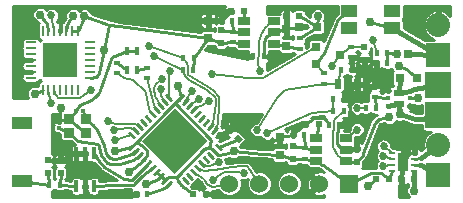
<source format=gtl>
G04 #@! TF.FileFunction,Copper,L1,Top,Signal*
%FSLAX46Y46*%
G04 Gerber Fmt 4.6, Leading zero omitted, Abs format (unit mm)*
G04 Created by KiCad (PCBNEW (2015-02-03 BZR 5404)-product) date Sat 07 Feb 2015 10:18:25 AM CST*
%MOMM*%
G01*
G04 APERTURE LIST*
%ADD10C,0.100000*%
%ADD11R,1.800000X1.000000*%
%ADD12R,2.032000X2.032000*%
%ADD13O,2.032000X2.032000*%
%ADD14R,0.600000X0.500000*%
%ADD15R,0.350000X0.300000*%
%ADD16R,0.300000X0.350000*%
%ADD17R,0.500000X0.600000*%
%ADD18R,0.800000X0.750000*%
%ADD19R,0.750000X0.800000*%
%ADD20R,0.400000X0.800000*%
%ADD21R,0.630000X0.830000*%
%ADD22R,0.800100X0.800100*%
%ADD23R,0.350000X1.000000*%
%ADD24R,1.524000X1.524000*%
%ADD25C,1.524000*%
%ADD26R,0.325000X0.300000*%
%ADD27R,0.950000X0.613000*%
%ADD28R,0.600000X0.400000*%
%ADD29R,0.400000X0.600000*%
%ADD30R,1.400000X1.050000*%
%ADD31O,1.000760X0.248920*%
%ADD32O,0.248920X1.000760*%
%ADD33R,2.999740X2.999740*%
%ADD34R,1.000760X0.701040*%
%ADD35R,0.500000X0.280000*%
%ADD36R,0.900000X1.600000*%
%ADD37R,0.950000X0.850000*%
%ADD38R,2.235200X2.235200*%
%ADD39C,0.280000*%
%ADD40C,0.685800*%
%ADD41C,0.762000*%
%ADD42C,0.254000*%
%ADD43C,0.457200*%
%ADD44C,0.279800*%
%ADD45C,0.152400*%
G04 APERTURE END LIST*
D10*
D11*
X52383600Y-119648000D03*
X52383600Y-114748000D03*
D12*
X87660500Y-108963000D03*
D13*
X87660500Y-106423000D03*
D14*
X66854600Y-120720000D03*
X67954600Y-120720000D03*
D10*
G36*
X71132718Y-116058264D02*
X70779164Y-116411818D01*
X70354900Y-115987554D01*
X70708454Y-115634000D01*
X71132718Y-116058264D01*
X71132718Y-116058264D01*
G37*
G36*
X70354900Y-115280446D02*
X70001346Y-115634000D01*
X69577082Y-115209736D01*
X69930636Y-114856182D01*
X70354900Y-115280446D01*
X70354900Y-115280446D01*
G37*
D15*
X55508300Y-115121000D03*
X55508300Y-114571000D03*
D16*
X57570600Y-113653000D03*
X57020600Y-113653000D03*
D17*
X55685500Y-118956000D03*
X55685500Y-117856000D03*
X54605500Y-118956000D03*
X54605500Y-117856000D03*
D18*
X77367700Y-106575000D03*
X75867700Y-106575000D03*
D14*
X75877700Y-105625000D03*
X74777700Y-105625000D03*
D17*
X81398600Y-108258000D03*
X81398600Y-109358000D03*
X80770100Y-118004000D03*
X80770100Y-116904000D03*
D19*
X74797700Y-108215000D03*
X74797700Y-106715000D03*
D14*
X77534500Y-114779000D03*
X76434500Y-114779000D03*
X71207700Y-105265000D03*
X70107700Y-105265000D03*
D17*
X75340100Y-117764000D03*
X75340100Y-116664000D03*
X69257700Y-107945000D03*
X69257700Y-106845000D03*
D19*
X74230200Y-117404000D03*
X74230200Y-115904000D03*
X68177700Y-107535000D03*
X68177700Y-106035000D03*
D14*
X83500500Y-119473000D03*
X82400500Y-119473000D03*
X85640500Y-119463000D03*
X84540500Y-119463000D03*
D20*
X62183000Y-110240000D03*
X62183000Y-108590000D03*
X61323000Y-110240000D03*
X61323000Y-108590000D03*
D21*
X80778600Y-111408000D03*
X79178600Y-111408000D03*
D22*
X77317840Y-108276960D03*
X77317840Y-109679040D03*
X79316820Y-108978000D03*
X84429460Y-110863760D03*
X85831540Y-110863760D03*
X85130500Y-108864780D03*
D23*
X57013900Y-120078000D03*
X57763900Y-120078000D03*
X58513900Y-120078000D03*
X58513900Y-117278000D03*
X57763900Y-117278000D03*
X57013900Y-117278000D03*
D24*
X80124300Y-119850000D03*
D25*
X77584300Y-119850000D03*
X75044300Y-119850000D03*
X72504300Y-119850000D03*
X69964300Y-119850000D03*
D12*
X87660500Y-119123000D03*
D13*
X87660500Y-116583000D03*
D26*
X85223000Y-113263000D03*
X85223000Y-112613000D03*
X85223000Y-111963000D03*
X83398000Y-111963000D03*
X83398000Y-112613000D03*
X83398000Y-113263000D03*
D27*
X84310500Y-113079500D03*
X84310500Y-112146500D03*
D28*
X62965400Y-110040000D03*
X62965400Y-110940000D03*
X60474600Y-109610000D03*
X60474600Y-110510000D03*
D29*
X66948500Y-109174000D03*
X66048500Y-109174000D03*
X66931900Y-110238000D03*
X66031900Y-110238000D03*
X62098400Y-120736000D03*
X62998400Y-120736000D03*
X54735500Y-119916000D03*
X55635500Y-119916000D03*
D28*
X77968600Y-110478000D03*
X77968600Y-111378000D03*
D29*
X79438600Y-110188000D03*
X80338600Y-110188000D03*
D28*
X80288600Y-108258000D03*
X80288600Y-109158000D03*
X75907700Y-108425000D03*
X75907700Y-107525000D03*
D29*
X79659500Y-113723000D03*
X78759500Y-113723000D03*
X78754800Y-112685000D03*
X79654800Y-112685000D03*
X78380100Y-114884000D03*
X79280100Y-114884000D03*
X71986000Y-109067000D03*
X72886000Y-109067000D03*
D28*
X76340100Y-117744000D03*
X76340100Y-116844000D03*
D29*
X76260800Y-115706000D03*
X75360800Y-115706000D03*
D28*
X70237700Y-107875000D03*
X70237700Y-106975000D03*
D29*
X70217700Y-106065000D03*
X69317700Y-106065000D03*
X83348700Y-108803000D03*
X82448700Y-108803000D03*
X83331100Y-109611000D03*
X82431100Y-109611000D03*
X82400500Y-113413000D03*
X81500500Y-113413000D03*
D28*
X82270500Y-112483000D03*
X82270500Y-111583000D03*
D30*
X83737900Y-106651000D03*
X80137900Y-106651000D03*
X83737900Y-105201000D03*
X80137900Y-105201000D03*
D31*
X58150460Y-110882140D03*
X58150460Y-110381760D03*
X58150460Y-109881380D03*
X58150460Y-109381000D03*
X58150460Y-108880620D03*
X58150460Y-108380240D03*
X58150460Y-107879860D03*
D32*
X57152240Y-106881640D03*
X56651860Y-106881640D03*
X56151480Y-106881640D03*
X55651100Y-106881640D03*
X55150720Y-106881640D03*
X54650340Y-106881640D03*
X54149960Y-106881640D03*
D31*
X53151740Y-107879860D03*
X53151740Y-108380240D03*
X53151740Y-108880620D03*
X53151740Y-109381000D03*
X53151740Y-109881380D03*
X53151740Y-110381760D03*
X53151740Y-110882140D03*
D32*
X54149960Y-111880360D03*
X54650340Y-111880360D03*
X55150720Y-111880360D03*
X55651100Y-111880360D03*
X56151480Y-111880360D03*
X56651860Y-111880360D03*
X57152240Y-111880360D03*
D33*
X55651100Y-109381000D03*
D34*
X77320100Y-117916500D03*
X77320100Y-116964000D03*
X77320100Y-116011500D03*
X79860100Y-116011500D03*
X79860100Y-116964000D03*
X79860100Y-117916500D03*
X71207700Y-107997500D03*
X71207700Y-107045000D03*
X71207700Y-106092500D03*
X73747700Y-106092500D03*
X73747700Y-107045000D03*
X73747700Y-107997500D03*
D35*
X83740500Y-117243000D03*
X83740500Y-117743000D03*
X83740500Y-118243000D03*
X83740500Y-118743000D03*
D36*
X84690500Y-117993000D03*
D35*
X85640500Y-118743000D03*
X85640500Y-118243000D03*
X85640500Y-117743000D03*
X85640500Y-117243000D03*
D37*
X56354900Y-115560000D03*
X57804900Y-115560000D03*
X57804900Y-114410000D03*
X56354900Y-114410000D03*
D38*
X87660500Y-114043000D03*
X87660500Y-111503000D03*
D39*
X61462942Y-115514823D02*
X61865992Y-115917873D01*
X61816495Y-115161269D02*
X62219545Y-115564319D01*
X62170049Y-114807716D02*
X62573099Y-115210766D01*
X62523602Y-114454162D02*
X62926652Y-114857212D01*
X62877156Y-114100609D02*
X63280206Y-114503659D01*
X63230709Y-113747056D02*
X63633759Y-114150106D01*
X63584262Y-113393502D02*
X63987312Y-113796552D01*
X63937816Y-113039949D02*
X64340866Y-113442999D01*
X64291369Y-112686395D02*
X64694419Y-113089445D01*
X64644923Y-112332842D02*
X65047973Y-112735892D01*
X69255258Y-115514823D02*
X68852208Y-115917873D01*
X68901705Y-115161269D02*
X68498655Y-115564319D01*
X68548151Y-114807716D02*
X68145101Y-115210766D01*
X68194598Y-114454162D02*
X67791548Y-114857212D01*
X67841044Y-114100609D02*
X67437994Y-114503659D01*
X67487491Y-113747056D02*
X67084441Y-114150106D01*
X67133938Y-113393502D02*
X66730888Y-113796552D01*
X66780384Y-113039949D02*
X66377334Y-113442999D01*
X66426831Y-112686395D02*
X66023781Y-113089445D01*
X66073277Y-112332842D02*
X65670227Y-112735892D01*
D10*
G36*
X65359100Y-113471284D02*
X68116816Y-116229000D01*
X65359100Y-118986716D01*
X62601384Y-116229000D01*
X65359100Y-113471284D01*
X65359100Y-113471284D01*
G37*
D39*
X66073277Y-120125158D02*
X65670227Y-119722108D01*
X66426831Y-119771605D02*
X66023781Y-119368555D01*
X66780384Y-119418051D02*
X66377334Y-119015001D01*
X67133938Y-119064498D02*
X66730888Y-118661448D01*
X67487491Y-118710944D02*
X67084441Y-118307894D01*
X67841044Y-118357391D02*
X67437994Y-117954341D01*
X68194598Y-118003838D02*
X67791548Y-117600788D01*
X68548151Y-117650284D02*
X68145101Y-117247234D01*
X68901705Y-117296731D02*
X68498655Y-116893681D01*
X69255258Y-116943177D02*
X68852208Y-116540127D01*
X61865992Y-116540127D02*
X61462942Y-116943177D01*
X62219545Y-116893681D02*
X61816495Y-117296731D01*
X62573099Y-117247234D02*
X62170049Y-117650284D01*
X62926652Y-117600788D02*
X62523602Y-118003838D01*
X63280206Y-117954341D02*
X62877156Y-118357391D01*
X63633759Y-118307894D02*
X63230709Y-118710944D01*
X63987312Y-118661448D02*
X63584262Y-119064498D01*
X64340866Y-119015001D02*
X63937816Y-119418051D01*
X64694419Y-119368555D02*
X64291369Y-119771605D01*
X65047973Y-119722108D02*
X64644923Y-120125158D01*
D40*
X63096358Y-116229000D03*
X64227729Y-117360371D03*
X65359100Y-118491742D03*
X67621842Y-116229000D03*
X66490471Y-115097629D03*
X65359100Y-113966258D03*
D41*
X83493900Y-114221000D03*
X85618200Y-120454000D03*
X81881800Y-106164000D03*
X77440700Y-105666000D03*
X86007500Y-113590000D03*
X85530700Y-115221000D03*
X82880800Y-115070200D03*
X82841500Y-110874000D03*
X73887600Y-109014000D03*
X81666800Y-120045100D03*
X71182000Y-115349000D03*
X60509100Y-120634000D03*
X55751100Y-113445000D03*
X73201800Y-116454000D03*
X57770100Y-118665000D03*
X67370600Y-119931000D03*
X60386500Y-105802000D03*
X55783200Y-105626000D03*
X53293000Y-106937000D03*
X66997700Y-105760000D03*
X70378900Y-108898000D03*
D40*
X68574000Y-119498200D03*
X71186000Y-118937900D03*
X60265500Y-116164000D03*
D41*
X56744900Y-105633000D03*
X59381300Y-108519500D03*
X53488700Y-112221600D03*
X53955400Y-105551000D03*
X57693100Y-105672000D03*
X65589900Y-111576000D03*
X62886300Y-119866000D03*
X61476200Y-118816000D03*
X60252700Y-117048000D03*
X70324700Y-117099000D03*
D40*
X59670600Y-114521000D03*
X72294300Y-115308000D03*
X68504200Y-110535000D03*
X64281600Y-111015000D03*
D41*
X84326600Y-109841000D03*
X84422400Y-113923000D03*
X85941300Y-112574000D03*
X84196300Y-108886000D03*
D40*
X54878200Y-113041000D03*
X63146500Y-108182000D03*
X58276200Y-111900000D03*
X63616600Y-109000000D03*
X60195900Y-115325000D03*
X73132900Y-115578000D03*
X82090000Y-107689000D03*
X64927900Y-110339000D03*
X80784900Y-113455000D03*
X66782900Y-112033000D03*
X69087800Y-118049400D03*
X54906500Y-105602000D03*
X83037300Y-116643000D03*
X68241800Y-112875000D03*
X82986200Y-117482000D03*
X67362100Y-112716000D03*
X64218600Y-111854000D03*
X82993100Y-118321000D03*
X72525300Y-110289500D03*
X78626000Y-109870000D03*
X80789200Y-115264000D03*
D42*
X54735500Y-119916000D02*
X52383600Y-119648000D01*
X54605500Y-118956000D02*
X54735500Y-119916000D01*
X80770100Y-118004000D02*
X81250600Y-117389200D01*
X81250600Y-117389200D02*
X81310600Y-117270800D01*
X81310600Y-117270800D02*
X82267700Y-114707400D01*
X82267700Y-114707400D02*
X82645100Y-114372800D01*
X82645100Y-114372800D02*
X83493900Y-114221000D01*
D43*
X85130500Y-108865000D02*
X87660500Y-108963000D01*
X87660500Y-108963000D02*
X83737900Y-106651000D01*
D44*
X85640500Y-118743000D02*
X85589500Y-118842000D01*
D42*
X80770100Y-118004000D02*
X79860100Y-117916000D01*
X75907700Y-107525000D02*
X77367700Y-106575000D01*
D45*
X79659500Y-113723000D02*
X78845800Y-114477000D01*
X78845800Y-114477000D02*
X78809000Y-115279000D01*
X78809000Y-115279000D02*
X78755900Y-115368000D01*
X78755900Y-115368000D02*
X78714900Y-115532000D01*
X78714900Y-115532000D02*
X78713100Y-116636000D01*
X78713100Y-116636000D02*
X78749700Y-116714000D01*
X78749700Y-116714000D02*
X79192800Y-117495000D01*
X79192800Y-117495000D02*
X79860100Y-117916000D01*
D42*
X83737900Y-106651000D02*
X81881800Y-106164000D01*
D43*
X85589500Y-118842000D02*
X85640500Y-119463000D01*
X85640500Y-119463000D02*
X85618200Y-120454000D01*
D42*
X75877700Y-105625000D02*
X76383600Y-105920000D01*
X76383600Y-105920000D02*
X77367700Y-106575000D01*
X77367700Y-106575000D02*
X77440700Y-105666000D01*
D43*
X85530700Y-115221000D02*
X82880200Y-115069000D01*
D42*
X81398600Y-109358000D02*
X82431100Y-109611000D01*
X82270500Y-111583000D02*
X82841500Y-110874000D01*
X82431100Y-109611000D02*
X82841500Y-110874000D01*
X79280100Y-114884000D02*
X80139200Y-114159000D01*
X80139200Y-114159000D02*
X80161300Y-113148000D01*
X80161300Y-113148000D02*
X80548800Y-112793000D01*
X80548800Y-112793000D02*
X82270500Y-111583000D01*
X79654800Y-112685000D02*
X80778600Y-111408000D01*
X80288600Y-109158000D02*
X80338600Y-110188000D01*
X79860100Y-116964000D02*
X79305500Y-116703000D01*
X79305500Y-116703000D02*
X79080000Y-116478000D01*
X79080000Y-116478000D02*
X79080000Y-115570000D01*
X79080000Y-115570000D02*
X79164900Y-115426000D01*
X79164900Y-115426000D02*
X79280100Y-114884000D01*
X81398600Y-109358000D02*
X80288600Y-109158000D01*
X72886000Y-109067000D02*
X73887600Y-109014000D01*
X73747700Y-107045000D02*
X73131400Y-107367000D01*
X73131400Y-107367000D02*
X72979200Y-107520000D01*
X72979200Y-107520000D02*
X72906500Y-107995000D01*
X72906500Y-107995000D02*
X72886000Y-109067000D01*
D43*
X84690500Y-117993000D02*
X84990600Y-117049000D01*
X84990600Y-117049000D02*
X85530700Y-115221000D01*
D42*
X80778600Y-111408000D02*
X82270500Y-111583000D01*
X74797700Y-106715000D02*
X75867700Y-106575000D01*
X80770100Y-116904000D02*
X79860100Y-116964000D01*
D43*
X85103900Y-117244000D02*
X84690500Y-117993000D01*
X84540500Y-119463000D02*
X84690500Y-117993000D01*
D44*
X85640500Y-117243000D02*
X85227600Y-117272000D01*
X85227600Y-117272000D02*
X85166000Y-117272000D01*
D43*
X85166000Y-117272000D02*
X85104500Y-117272000D01*
X85104500Y-117272000D02*
X84690500Y-117993000D01*
X85223000Y-113263000D02*
X86007500Y-113590000D01*
X83398000Y-111963000D02*
X82841500Y-110874000D01*
D42*
X74777700Y-105625000D02*
X74797700Y-106715000D01*
X74797700Y-106715000D02*
X73747700Y-107045000D01*
X82400500Y-119473000D02*
X81666800Y-120045100D01*
X65359100Y-113966300D02*
X65359100Y-116229000D01*
X65359100Y-113966000D02*
X65359100Y-113966300D01*
X65359100Y-118491700D02*
X65359100Y-116229000D01*
X65359100Y-118492000D02*
X65359100Y-118491700D01*
X73201800Y-116454000D02*
X72462900Y-116160000D01*
X72462900Y-116160000D02*
X71874300Y-115825000D01*
X71874300Y-115825000D02*
X71182000Y-115349000D01*
X74230200Y-115904000D02*
X74226700Y-115906000D01*
X74226700Y-115906000D02*
X73212900Y-116474000D01*
X73212900Y-116474000D02*
X73201800Y-116454000D01*
X69053700Y-115716000D02*
X69054200Y-115716000D01*
X69054200Y-115716000D02*
X69966000Y-115245000D01*
X69966000Y-115245000D02*
X71182000Y-115349000D01*
X61323000Y-108590000D02*
X60058700Y-109130000D01*
X60058700Y-109130000D02*
X59913000Y-109276000D01*
X59913000Y-109276000D02*
X58907700Y-112131000D01*
X58907700Y-112131000D02*
X58831600Y-112237000D01*
X58831600Y-112237000D02*
X58587100Y-112473000D01*
X58587100Y-112473000D02*
X58238000Y-112725000D01*
X58238000Y-112725000D02*
X57304500Y-113198000D01*
X57304500Y-113198000D02*
X57140900Y-113362000D01*
X57140900Y-113362000D02*
X57020600Y-113653000D01*
X63096400Y-116229000D02*
X63156000Y-116225000D01*
X63156000Y-116225000D02*
X65359100Y-116229000D01*
X60509100Y-120634000D02*
X58499700Y-120898000D01*
X58499700Y-120898000D02*
X58293300Y-120880000D01*
X58293300Y-120880000D02*
X58121400Y-120789000D01*
X58121400Y-120789000D02*
X57763900Y-120078000D01*
X62098400Y-120736000D02*
X60509100Y-120634000D01*
X64227700Y-117360000D02*
X65359100Y-116229000D01*
X66490500Y-115098000D02*
X65359100Y-116229000D01*
X67621800Y-116229000D02*
X65359100Y-116229000D01*
X67954600Y-120720000D02*
X67370600Y-119931000D01*
X55508300Y-114571000D02*
X55619800Y-113738000D01*
X55619800Y-113738000D02*
X55751100Y-113445000D01*
X57763900Y-117278000D02*
X57013900Y-117278000D01*
X55508300Y-114571000D02*
X56354900Y-114410000D01*
X56354900Y-114410000D02*
X56945800Y-114855000D01*
X56945800Y-114855000D02*
X57159500Y-115069000D01*
X57159500Y-115069000D02*
X57804900Y-115560000D01*
X57013900Y-117278000D02*
X55685500Y-117856000D01*
X57763900Y-117278000D02*
X57763900Y-118058000D01*
X57763900Y-118058000D02*
X57770000Y-118684000D01*
X57770000Y-118684000D02*
X57770100Y-118684000D01*
X57770100Y-118684000D02*
X57770100Y-118665000D01*
X57770000Y-118684000D02*
X57763900Y-119298000D01*
X57763900Y-119298000D02*
X57763900Y-120078000D01*
X62183000Y-108590000D02*
X61323000Y-108590000D01*
X76434500Y-114779000D02*
X77109800Y-114256000D01*
X77109800Y-114256000D02*
X77173900Y-114249000D01*
X77173900Y-114249000D02*
X77950400Y-114249000D01*
X77950400Y-114249000D02*
X78114200Y-114413000D01*
X78114200Y-114413000D02*
X78380100Y-114884000D01*
X75360800Y-115706000D02*
X75633100Y-115367000D01*
X75633100Y-115367000D02*
X76434500Y-114779000D01*
X74230200Y-115904000D02*
X75360800Y-115706000D01*
X56354900Y-114410000D02*
X57020600Y-113653000D01*
X55685500Y-117856000D02*
X54605500Y-117856000D01*
X52620700Y-109325000D02*
X52372800Y-109120000D01*
X52372800Y-109120000D02*
X52335700Y-108283000D01*
X52335700Y-108283000D02*
X52371400Y-107760000D01*
X52371400Y-107760000D02*
X52430800Y-107603000D01*
X52430800Y-107603000D02*
X53293000Y-106937000D01*
X53151700Y-110382000D02*
X52627800Y-110290000D01*
X52627800Y-110290000D02*
X52431600Y-110143000D01*
X52431600Y-110143000D02*
X52320900Y-109906000D01*
X52320900Y-109906000D02*
X52382300Y-109703000D01*
X52382300Y-109703000D02*
X52608100Y-109446000D01*
X52608100Y-109446000D02*
X52620700Y-109325000D01*
X55651100Y-106882000D02*
X55783200Y-105626000D01*
X53151700Y-109381000D02*
X52620700Y-109325000D01*
X70378900Y-108898000D02*
X71986000Y-109067000D01*
X66986400Y-105824000D02*
X60386500Y-105802000D01*
X68177700Y-106035000D02*
X66986400Y-105824000D01*
X66986400Y-105824000D02*
X66997700Y-105760000D01*
X68177700Y-106035000D02*
X69181200Y-106060000D01*
X69181200Y-106060000D02*
X69317700Y-106065000D01*
X69317700Y-106065000D02*
X70107700Y-105265000D01*
X70743800Y-116023000D02*
X69053700Y-116742000D01*
D45*
X68574000Y-119498200D02*
X69241000Y-119052500D01*
X69241000Y-119052500D02*
X69607500Y-118838900D01*
X69607500Y-118838900D02*
X70504500Y-118863300D01*
X70504500Y-118863300D02*
X71186000Y-118937900D01*
X60265500Y-116164000D02*
X61664500Y-115716000D01*
D42*
X56354900Y-115560000D02*
X57190700Y-116246000D01*
X57190700Y-116246000D02*
X57622300Y-116353000D01*
X57622300Y-116353000D02*
X58804800Y-116498000D01*
X58804800Y-116498000D02*
X58937200Y-116628000D01*
X58937200Y-116628000D02*
X58969400Y-116702000D01*
X58969400Y-116702000D02*
X59067400Y-117393000D01*
X59067400Y-117393000D02*
X59642900Y-118076000D01*
X59642900Y-118076000D02*
X59936000Y-118155000D01*
X59936000Y-118155000D02*
X60704900Y-118155000D01*
X60704900Y-118155000D02*
X61852100Y-117802000D01*
X61852100Y-117802000D02*
X62371600Y-117449000D01*
X56354900Y-115560000D02*
X55508300Y-115121000D01*
X62018000Y-117095000D02*
X61772700Y-117288000D01*
X61772700Y-117288000D02*
X61441500Y-117432000D01*
X61441500Y-117432000D02*
X60348100Y-117748000D01*
X60348100Y-117748000D02*
X60179300Y-117748000D01*
X60179300Y-117748000D02*
X59897900Y-117673000D01*
X59897900Y-117673000D02*
X59563700Y-117320000D01*
X59563700Y-117320000D02*
X59361200Y-116577000D01*
X59361200Y-116577000D02*
X58780900Y-115290000D01*
X58780900Y-115290000D02*
X58454300Y-114887000D01*
X58454300Y-114887000D02*
X57804900Y-114410000D01*
X57570600Y-113653000D02*
X57804900Y-114410000D01*
X57013900Y-120078000D02*
X55635500Y-119916000D01*
X55635500Y-119916000D02*
X55685500Y-118956000D01*
X56151500Y-106882000D02*
X56237100Y-106392000D01*
X56237100Y-106392000D02*
X56392700Y-106095000D01*
X56392700Y-106095000D02*
X56744900Y-105633000D01*
X59810300Y-106402600D02*
X60596600Y-106535000D01*
X60596600Y-106535000D02*
X68177700Y-107535000D01*
X59372500Y-108504400D02*
X59806800Y-106402000D01*
X59806800Y-106402000D02*
X59810300Y-106402600D01*
X57693100Y-105672000D02*
X59814200Y-106379600D01*
X59814200Y-106379600D02*
X59810300Y-106402600D01*
X58150500Y-110882000D02*
X58658900Y-110799000D01*
X58658900Y-110799000D02*
X58857700Y-110662000D01*
X58857700Y-110662000D02*
X58959200Y-110505000D01*
X58959200Y-110505000D02*
X59372500Y-108504400D01*
X59381300Y-108519500D02*
X59381300Y-108506200D01*
X59381300Y-108506200D02*
X59372500Y-108504400D01*
X54150000Y-111880400D02*
X53488700Y-112221600D01*
X66948500Y-109174000D02*
X66931900Y-110238000D01*
X68177700Y-107535000D02*
X66948500Y-109174000D01*
X56651900Y-106882000D02*
X57152200Y-106882000D01*
X57152200Y-106882000D02*
X57679100Y-105790000D01*
X57679100Y-105790000D02*
X57693100Y-105672000D01*
X53955400Y-105551000D02*
X53964800Y-105563000D01*
X53964800Y-105563000D02*
X54554200Y-106338000D01*
X54554200Y-106338000D02*
X54650300Y-106882000D01*
X68177700Y-107535000D02*
X69257700Y-107945000D01*
X69257700Y-107945000D02*
X70237700Y-107875000D01*
X70237700Y-107875000D02*
X71207700Y-107998000D01*
X73747700Y-107998000D02*
X74443200Y-108142000D01*
X74443200Y-108142000D02*
X74797700Y-108215000D01*
X74797700Y-108215000D02*
X75907700Y-108425000D01*
X77320100Y-116012000D02*
X77534500Y-114787000D01*
X77534500Y-114787000D02*
X77534500Y-114779000D01*
X71207700Y-105265000D02*
X71207700Y-106092000D01*
X70324700Y-117099000D02*
X72721600Y-117296000D01*
X72721600Y-117296000D02*
X74230200Y-117404000D01*
X65871800Y-112534000D02*
X65589900Y-111576000D01*
X65495300Y-119251000D02*
X65369100Y-119316000D01*
X65369100Y-119316000D02*
X65094700Y-119254000D01*
X65094700Y-119254000D02*
X64853500Y-119319000D01*
X64853500Y-119319000D02*
X64492900Y-119570000D01*
X64492900Y-119570000D02*
X64139300Y-119216000D01*
X64139300Y-119216000D02*
X63740600Y-119506000D01*
X63740600Y-119506000D02*
X62886300Y-119866000D01*
X62124100Y-116298000D02*
X61754900Y-116669000D01*
X61754900Y-116669000D02*
X61664500Y-116742000D01*
X61664500Y-116742000D02*
X60252700Y-117048000D01*
X65377700Y-113047000D02*
X64687600Y-113725000D01*
X64687600Y-113725000D02*
X62124100Y-116298000D01*
X61476200Y-118816000D02*
X62725100Y-117802000D01*
X62725100Y-117802000D02*
X62987300Y-117446000D01*
X62987300Y-117446000D02*
X63000300Y-117199000D01*
X63000300Y-117199000D02*
X62994700Y-117034000D01*
X62994700Y-117034000D02*
X62459300Y-116531000D01*
X62459300Y-116531000D02*
X62263300Y-116409000D01*
X62263300Y-116409000D02*
X62210400Y-116384000D01*
X62210400Y-116384000D02*
X62124100Y-116298000D01*
X68256300Y-116795000D02*
X68256000Y-116796000D01*
X68256000Y-116796000D02*
X68005900Y-116822000D01*
X68005900Y-116822000D02*
X67928700Y-116870000D01*
X67928700Y-116870000D02*
X67858400Y-116938000D01*
X67858400Y-116938000D02*
X65605100Y-119194000D01*
X65605100Y-119194000D02*
X65495300Y-119251000D01*
X66854600Y-120720000D02*
X65871800Y-119924000D01*
X65871800Y-119924000D02*
X65638500Y-119588000D01*
X65638500Y-119588000D02*
X65533100Y-119324000D01*
X65533100Y-119324000D02*
X65495300Y-119251000D01*
X70324700Y-117099000D02*
X69587300Y-117363000D01*
X69587300Y-117363000D02*
X68998500Y-117379000D01*
X68998500Y-117379000D02*
X68700200Y-117095000D01*
X68700200Y-117095000D02*
X68360700Y-116826000D01*
X68360700Y-116826000D02*
X68256300Y-116795000D01*
X65377700Y-113047000D02*
X68351400Y-116040000D01*
X68351400Y-116040000D02*
X68438000Y-116179000D01*
X68438000Y-116179000D02*
X68256300Y-116795000D01*
X65377700Y-113047000D02*
X65871800Y-112535000D01*
X80124300Y-119850000D02*
X77890700Y-118306000D01*
X77890700Y-118306000D02*
X77800300Y-118243000D01*
X77800300Y-118243000D02*
X77320100Y-117916000D01*
X77320100Y-117916000D02*
X76340100Y-117744000D01*
X64139300Y-119217000D02*
X63785800Y-118863000D01*
X80124300Y-119850000D02*
X81951000Y-118974000D01*
X81951000Y-118974000D02*
X82025700Y-118943000D01*
X82025700Y-118943000D02*
X82816400Y-118943000D01*
X82816400Y-118943000D02*
X83500500Y-119473000D01*
X74230200Y-117404000D02*
X75340100Y-117764000D01*
X76340100Y-117744000D02*
X75340100Y-117764000D01*
X83740500Y-118743000D02*
X83500500Y-119473000D01*
X76340100Y-116844000D02*
X75340100Y-116664000D01*
X76260800Y-115706000D02*
X76340100Y-116844000D01*
X76340100Y-116844000D02*
X77320100Y-116964000D01*
X70237700Y-106975000D02*
X71207700Y-107045000D01*
X70217700Y-106065000D02*
X70237700Y-106975000D01*
X69257700Y-106845000D02*
X70237700Y-106975000D01*
X62183000Y-110240000D02*
X62965400Y-110040000D01*
X61323000Y-110240000D02*
X60474600Y-109610000D01*
D45*
X77968600Y-111378000D02*
X74658200Y-111904000D01*
X74658200Y-111904000D02*
X74014200Y-112614000D01*
X74014200Y-112614000D02*
X72294300Y-115308000D01*
X59670600Y-114521000D02*
X60305200Y-114753000D01*
X60305200Y-114753000D02*
X60385000Y-114753000D01*
X60385000Y-114753000D02*
X61969300Y-114793000D01*
X61969300Y-114793000D02*
X62371600Y-115009000D01*
X79178600Y-111408000D02*
X77968600Y-111378000D01*
X79438600Y-110188000D02*
X79352500Y-110576000D01*
X79352500Y-110576000D02*
X79178600Y-111408000D01*
X68504200Y-110535000D02*
X71493100Y-110861300D01*
X71493100Y-110861300D02*
X72777400Y-110861300D01*
X72777400Y-110861300D02*
X76082500Y-108984500D01*
X76082500Y-108984500D02*
X76084500Y-108983500D01*
X76084500Y-108983500D02*
X77317800Y-108277000D01*
X64139300Y-113242000D02*
X63706200Y-112415000D01*
X63706200Y-112415000D02*
X63613300Y-111848000D01*
X63613300Y-111848000D02*
X63666400Y-111504000D01*
X63666400Y-111504000D02*
X64281600Y-111015000D01*
D42*
X80137900Y-105201000D02*
X79198000Y-105936800D01*
X79198000Y-105936800D02*
X77997700Y-108792800D01*
X77997700Y-108792800D02*
X77317800Y-109679000D01*
D45*
X77317800Y-109679000D02*
X77820900Y-110293000D01*
X77820900Y-110293000D02*
X77968600Y-110478000D01*
D43*
X84429500Y-110864000D02*
X84310400Y-112146000D01*
X84310400Y-112146000D02*
X84310500Y-112146000D01*
X84310500Y-112146000D02*
X85223000Y-111963000D01*
X87660500Y-111503000D02*
X85625500Y-111812000D01*
X85625500Y-111812000D02*
X85223000Y-111963000D01*
X84413400Y-113952000D02*
X85691700Y-114353000D01*
X85691700Y-114353000D02*
X86262000Y-114353000D01*
X86262000Y-114353000D02*
X87660500Y-114043000D01*
X83398000Y-113263000D02*
X84158500Y-113110000D01*
X84158500Y-113110000D02*
X84310500Y-113080000D01*
X84310500Y-113080000D02*
X84413300Y-113952000D01*
X84413300Y-113952000D02*
X84413400Y-113952000D01*
X84413400Y-113952000D02*
X84422400Y-113923000D01*
D42*
X85831500Y-110864000D02*
X84938100Y-110154000D01*
X84938100Y-110154000D02*
X84326600Y-109841000D01*
X63432200Y-118509000D02*
X62612600Y-119205000D01*
X62612600Y-119205000D02*
X61903900Y-119914000D01*
X61903900Y-119914000D02*
X61859200Y-119925000D01*
X61859200Y-119925000D02*
X60235400Y-119973000D01*
X60235400Y-119973000D02*
X58513900Y-120078000D01*
X63078700Y-118156000D02*
X61719800Y-119515000D01*
X61719800Y-119515000D02*
X61060400Y-119487000D01*
X61060400Y-119487000D02*
X59389100Y-118430000D01*
X59389100Y-118430000D02*
X58902100Y-117930000D01*
X58902100Y-117930000D02*
X58513900Y-117278000D01*
D45*
X72504300Y-119850000D02*
X71739800Y-118682900D01*
X71739800Y-118682900D02*
X71423000Y-118366100D01*
X71423000Y-118366100D02*
X70949100Y-118366100D01*
X70949100Y-118366100D02*
X69589700Y-118505000D01*
X69589700Y-118505000D02*
X69325400Y-118620900D01*
X69325400Y-118620900D02*
X67807400Y-118749200D01*
X67807400Y-118749200D02*
X67691800Y-118716600D01*
X67691800Y-118716600D02*
X67286000Y-118509400D01*
X66932400Y-118863000D02*
X67827700Y-119458900D01*
X67827700Y-119458900D02*
X67933100Y-119608400D01*
X67933100Y-119608400D02*
X68056300Y-119839800D01*
X68056300Y-119839800D02*
X68333000Y-120078900D01*
X68333000Y-120078900D02*
X68544700Y-120134600D01*
X68544700Y-120134600D02*
X69964300Y-119850000D01*
D43*
X87660500Y-119123000D02*
X86163800Y-118268000D01*
X86163800Y-118268000D02*
X86085100Y-118258000D01*
D44*
X86085100Y-118258000D02*
X85640500Y-118243000D01*
D43*
X87660500Y-116583000D02*
X86177900Y-117652000D01*
D44*
X85640500Y-117743000D02*
X86177900Y-117652000D01*
D42*
X83348700Y-108803000D02*
X84196300Y-108886000D01*
X83348700Y-108803000D02*
X83348700Y-108808000D01*
X83348700Y-108808000D02*
X83331100Y-109611000D01*
X85223000Y-112613000D02*
X85941300Y-112574000D01*
X82400500Y-113413000D02*
X82270500Y-112483000D01*
X82270500Y-112483000D02*
X83398000Y-112613000D01*
D45*
X63785800Y-113595000D02*
X63571300Y-113206000D01*
X63571300Y-113206000D02*
X62965400Y-110940000D01*
X63432200Y-113949000D02*
X63200900Y-113496000D01*
X63200900Y-113496000D02*
X62939000Y-112180000D01*
X62939000Y-112180000D02*
X62929600Y-112144000D01*
X62929600Y-112144000D02*
X62910400Y-112103000D01*
X62910400Y-112103000D02*
X62890000Y-112080000D01*
X62890000Y-112080000D02*
X61845100Y-111035000D01*
X61845100Y-111035000D02*
X61028200Y-110869000D01*
X61028200Y-110869000D02*
X60474600Y-110510000D01*
X68700200Y-115363000D02*
X68980300Y-114817000D01*
X68980300Y-114817000D02*
X69127400Y-113195000D01*
X69127400Y-113195000D02*
X69127400Y-112468000D01*
X69127400Y-112468000D02*
X68614000Y-111954000D01*
X68614000Y-111954000D02*
X67901400Y-111472000D01*
X67901400Y-111472000D02*
X66637200Y-110767000D01*
X66637200Y-110767000D02*
X66637100Y-110767000D01*
X66637100Y-110767000D02*
X66503000Y-110633000D01*
X66503000Y-110633000D02*
X66488100Y-109962000D01*
X66488100Y-109962000D02*
X66375100Y-109626000D01*
X66375100Y-109626000D02*
X66048500Y-109174000D01*
X66048500Y-109174000D02*
X63146500Y-108182000D01*
X54650300Y-111881000D02*
X54878200Y-113041000D01*
X66031900Y-110238000D02*
X65149800Y-109767000D01*
X65149800Y-109767000D02*
X63616600Y-109000000D01*
X68346600Y-115009000D02*
X68545200Y-114750000D01*
X68545200Y-114750000D02*
X68822300Y-113068000D01*
X68822300Y-113068000D02*
X68822300Y-112594000D01*
X68822300Y-112594000D02*
X68052000Y-111949000D01*
X68052000Y-111949000D02*
X66510500Y-111072000D01*
X66510500Y-111072000D02*
X66197900Y-110759000D01*
X66197900Y-110759000D02*
X66031900Y-110238000D01*
X58276200Y-111900000D02*
X57311600Y-112610000D01*
X57311600Y-112610000D02*
X55542900Y-112610000D01*
X55542900Y-112610000D02*
X55483000Y-112592000D01*
X55483000Y-112592000D02*
X55334800Y-112444000D01*
X55334800Y-112444000D02*
X55277200Y-112364000D01*
X55277200Y-112364000D02*
X55150700Y-111880000D01*
D42*
X62998400Y-120736000D02*
X64273700Y-120314000D01*
X64273700Y-120314000D02*
X64846400Y-119924000D01*
D45*
X78759500Y-113723000D02*
X76971100Y-113893000D01*
X76971100Y-113893000D02*
X73712400Y-115275000D01*
X73712400Y-115275000D02*
X73132900Y-115578000D01*
X60195900Y-115325000D02*
X61310300Y-115146000D01*
X61310300Y-115146000D02*
X61615700Y-115146000D01*
X61615700Y-115146000D02*
X62018000Y-115363000D01*
X78754800Y-112685000D02*
X78759500Y-112812000D01*
X78759500Y-112812000D02*
X78759500Y-113723000D01*
X82448700Y-108803000D02*
X82090000Y-107689000D01*
X64846400Y-112534000D02*
X64897500Y-110983000D01*
X64897500Y-110983000D02*
X64912800Y-110339000D01*
X64912800Y-110339000D02*
X64927900Y-110339000D01*
X66225300Y-112888000D02*
X66782900Y-112033000D01*
X81500500Y-113413000D02*
X80784900Y-113455000D01*
X67639500Y-118156000D02*
X68041700Y-118373000D01*
X68041700Y-118373000D02*
X68346700Y-118373000D01*
X68346700Y-118373000D02*
X69087800Y-118049400D01*
X55150700Y-106882000D02*
X54906500Y-105602000D01*
X66932400Y-113595000D02*
X67491300Y-113288000D01*
X67491300Y-113288000D02*
X67599100Y-113288000D01*
X67599100Y-113288000D02*
X68241800Y-112875000D01*
X83740500Y-117243000D02*
X83037300Y-116643000D01*
X66578900Y-113242000D02*
X67362100Y-112716000D01*
X83740500Y-117743000D02*
X82986200Y-117482000D01*
X64492900Y-112888000D02*
X64221500Y-112395000D01*
X64221500Y-112395000D02*
X64218600Y-111854000D01*
X83740500Y-118243000D02*
X82993100Y-118321000D01*
X73747700Y-106092500D02*
X73140500Y-106463300D01*
X73140500Y-106463300D02*
X72972800Y-106623500D01*
X72972800Y-106623500D02*
X72670300Y-107259200D01*
X72670300Y-107259200D02*
X72513600Y-107865800D01*
X72513600Y-107865800D02*
X72458700Y-108649900D01*
X72458700Y-108649900D02*
X72432600Y-109725900D01*
X72432600Y-109725900D02*
X72525300Y-110289500D01*
X79860100Y-116012000D02*
X80789200Y-115264000D01*
X79316800Y-108978000D02*
X78626000Y-109870000D01*
X81398600Y-108258000D02*
X80288600Y-108258000D01*
X80288600Y-108258000D02*
X79316800Y-108978000D01*
D42*
G36*
X73894700Y-107172000D02*
X73874700Y-107172000D01*
X73874700Y-107192000D01*
X73620700Y-107192000D01*
X73620700Y-107172000D01*
X73600700Y-107172000D01*
X73600700Y-106918000D01*
X73620700Y-106918000D01*
X73620700Y-106898000D01*
X73874700Y-106898000D01*
X73874700Y-106918000D01*
X73894700Y-106918000D01*
X73894700Y-107172000D01*
X73894700Y-107172000D01*
G37*
X73894700Y-107172000D02*
X73874700Y-107172000D01*
X73874700Y-107192000D01*
X73620700Y-107192000D01*
X73620700Y-107172000D01*
X73600700Y-107172000D01*
X73600700Y-106918000D01*
X73620700Y-106918000D01*
X73620700Y-106898000D01*
X73874700Y-106898000D01*
X73874700Y-106918000D01*
X73894700Y-106918000D01*
X73894700Y-107172000D01*
G36*
X75523508Y-108892990D02*
X73147641Y-110242125D01*
X73147708Y-110166260D01*
X73126600Y-110115174D01*
X73126600Y-109646400D01*
X73141576Y-109646400D01*
X73244267Y-109603864D01*
X73322864Y-109525267D01*
X73365400Y-109422576D01*
X73365400Y-109311424D01*
X73365400Y-109263850D01*
X73295550Y-109194000D01*
X73126600Y-109194000D01*
X73126600Y-108940000D01*
X73295550Y-108940000D01*
X73365400Y-108870150D01*
X73365400Y-108822576D01*
X73365400Y-108711424D01*
X73332871Y-108632894D01*
X74141297Y-108632894D01*
X74158496Y-108721534D01*
X74220004Y-108815168D01*
X74312858Y-108877846D01*
X74422700Y-108899874D01*
X75172700Y-108899874D01*
X75279234Y-108879204D01*
X75372868Y-108817696D01*
X75386667Y-108797253D01*
X75405004Y-108825168D01*
X75497858Y-108887846D01*
X75523508Y-108892990D01*
X75523508Y-108892990D01*
G37*
X75523508Y-108892990D02*
X73147641Y-110242125D01*
X73147708Y-110166260D01*
X73126600Y-110115174D01*
X73126600Y-109646400D01*
X73141576Y-109646400D01*
X73244267Y-109603864D01*
X73322864Y-109525267D01*
X73365400Y-109422576D01*
X73365400Y-109311424D01*
X73365400Y-109263850D01*
X73295550Y-109194000D01*
X73126600Y-109194000D01*
X73126600Y-108940000D01*
X73295550Y-108940000D01*
X73365400Y-108870150D01*
X73365400Y-108822576D01*
X73365400Y-108711424D01*
X73332871Y-108632894D01*
X74141297Y-108632894D01*
X74158496Y-108721534D01*
X74220004Y-108815168D01*
X74312858Y-108877846D01*
X74422700Y-108899874D01*
X75172700Y-108899874D01*
X75279234Y-108879204D01*
X75372868Y-108817696D01*
X75386667Y-108797253D01*
X75405004Y-108825168D01*
X75497858Y-108887846D01*
X75523508Y-108892990D01*
G36*
X76628452Y-106571157D02*
X76427368Y-106702000D01*
X75994700Y-106702000D01*
X75994700Y-106722000D01*
X75740700Y-106722000D01*
X75740700Y-106702000D01*
X75720700Y-106702000D01*
X75720700Y-106448000D01*
X75740700Y-106448000D01*
X75740700Y-106428000D01*
X75994700Y-106428000D01*
X75994700Y-106448000D01*
X76443415Y-106448000D01*
X76628452Y-106571157D01*
X76628452Y-106571157D01*
G37*
X76628452Y-106571157D02*
X76427368Y-106702000D01*
X75994700Y-106702000D01*
X75994700Y-106722000D01*
X75740700Y-106722000D01*
X75740700Y-106702000D01*
X75720700Y-106702000D01*
X75720700Y-106448000D01*
X75740700Y-106448000D01*
X75740700Y-106428000D01*
X75994700Y-106428000D01*
X75994700Y-106448000D01*
X76443415Y-106448000D01*
X76628452Y-106571157D01*
G36*
X79153026Y-105455887D02*
X78947485Y-105616795D01*
X78931971Y-105634835D01*
X78912119Y-105647952D01*
X78880694Y-105694460D01*
X78844093Y-105737022D01*
X78836663Y-105759627D01*
X78823343Y-105779342D01*
X77983506Y-107777654D01*
X77982094Y-107770376D01*
X77920586Y-107676742D01*
X77827732Y-107614064D01*
X77717890Y-107592036D01*
X76917790Y-107592036D01*
X76811256Y-107612706D01*
X76717622Y-107674214D01*
X76654944Y-107767068D01*
X76632916Y-107876910D01*
X76632916Y-108259523D01*
X76492574Y-108339918D01*
X76492574Y-108225000D01*
X76471904Y-108118466D01*
X76410396Y-108024832D01*
X76336219Y-107974761D01*
X76407868Y-107927696D01*
X76470546Y-107834842D01*
X76492574Y-107725000D01*
X76492574Y-107629290D01*
X77098730Y-107234874D01*
X77767700Y-107234874D01*
X77874234Y-107214204D01*
X77967868Y-107152696D01*
X78030546Y-107059842D01*
X78052574Y-106950000D01*
X78052574Y-106200000D01*
X78031904Y-106093466D01*
X77998377Y-106042427D01*
X78000233Y-106040575D01*
X78100985Y-105797938D01*
X78101214Y-105535215D01*
X78000886Y-105292402D01*
X77815275Y-105106467D01*
X77572638Y-105005715D01*
X77309915Y-105005486D01*
X77067102Y-105105814D01*
X76881167Y-105291425D01*
X76780415Y-105534062D01*
X76780273Y-105695831D01*
X76608776Y-105581686D01*
X76597473Y-105577027D01*
X76588317Y-105568928D01*
X76462574Y-105495604D01*
X76462574Y-105375000D01*
X76441904Y-105268466D01*
X76380396Y-105174832D01*
X76287542Y-105112154D01*
X76177700Y-105090126D01*
X75577700Y-105090126D01*
X75471166Y-105110796D01*
X75377532Y-105172304D01*
X75327104Y-105247009D01*
X75314564Y-105216733D01*
X75235967Y-105138136D01*
X75133276Y-105095600D01*
X74974550Y-105095600D01*
X74904700Y-105165450D01*
X74904700Y-105500000D01*
X74924700Y-105500000D01*
X74924700Y-105750000D01*
X74904700Y-105750000D01*
X74904700Y-106084550D01*
X74925150Y-106105000D01*
X74924700Y-106105450D01*
X74924700Y-106588000D01*
X74944700Y-106588000D01*
X74944700Y-106842000D01*
X74924700Y-106842000D01*
X74924700Y-107324550D01*
X74994550Y-107394400D01*
X75117124Y-107394400D01*
X75228276Y-107394400D01*
X75322826Y-107355236D01*
X75322826Y-107579346D01*
X75282542Y-107552154D01*
X75172700Y-107530126D01*
X74505504Y-107530126D01*
X74498905Y-107520080D01*
X74527480Y-107451096D01*
X74527480Y-107394400D01*
X74600850Y-107394400D01*
X74670700Y-107324550D01*
X74670700Y-106842000D01*
X74650700Y-106842000D01*
X74650700Y-106588000D01*
X74670700Y-106588000D01*
X74670700Y-106105450D01*
X74650250Y-106085000D01*
X74650700Y-106084550D01*
X74650700Y-105750000D01*
X74630700Y-105750000D01*
X74630700Y-105500000D01*
X74650700Y-105500000D01*
X74650700Y-105165450D01*
X74580850Y-105095600D01*
X74422124Y-105095600D01*
X74319433Y-105138136D01*
X74240836Y-105216733D01*
X74198300Y-105319424D01*
X74198300Y-105430150D01*
X74225256Y-105457106D01*
X73247320Y-105457106D01*
X73140786Y-105477776D01*
X73126600Y-105487094D01*
X73126600Y-104843070D01*
X79153026Y-104843070D01*
X79153026Y-105455887D01*
X79153026Y-105455887D01*
G37*
X79153026Y-105455887D02*
X78947485Y-105616795D01*
X78931971Y-105634835D01*
X78912119Y-105647952D01*
X78880694Y-105694460D01*
X78844093Y-105737022D01*
X78836663Y-105759627D01*
X78823343Y-105779342D01*
X77983506Y-107777654D01*
X77982094Y-107770376D01*
X77920586Y-107676742D01*
X77827732Y-107614064D01*
X77717890Y-107592036D01*
X76917790Y-107592036D01*
X76811256Y-107612706D01*
X76717622Y-107674214D01*
X76654944Y-107767068D01*
X76632916Y-107876910D01*
X76632916Y-108259523D01*
X76492574Y-108339918D01*
X76492574Y-108225000D01*
X76471904Y-108118466D01*
X76410396Y-108024832D01*
X76336219Y-107974761D01*
X76407868Y-107927696D01*
X76470546Y-107834842D01*
X76492574Y-107725000D01*
X76492574Y-107629290D01*
X77098730Y-107234874D01*
X77767700Y-107234874D01*
X77874234Y-107214204D01*
X77967868Y-107152696D01*
X78030546Y-107059842D01*
X78052574Y-106950000D01*
X78052574Y-106200000D01*
X78031904Y-106093466D01*
X77998377Y-106042427D01*
X78000233Y-106040575D01*
X78100985Y-105797938D01*
X78101214Y-105535215D01*
X78000886Y-105292402D01*
X77815275Y-105106467D01*
X77572638Y-105005715D01*
X77309915Y-105005486D01*
X77067102Y-105105814D01*
X76881167Y-105291425D01*
X76780415Y-105534062D01*
X76780273Y-105695831D01*
X76608776Y-105581686D01*
X76597473Y-105577027D01*
X76588317Y-105568928D01*
X76462574Y-105495604D01*
X76462574Y-105375000D01*
X76441904Y-105268466D01*
X76380396Y-105174832D01*
X76287542Y-105112154D01*
X76177700Y-105090126D01*
X75577700Y-105090126D01*
X75471166Y-105110796D01*
X75377532Y-105172304D01*
X75327104Y-105247009D01*
X75314564Y-105216733D01*
X75235967Y-105138136D01*
X75133276Y-105095600D01*
X74974550Y-105095600D01*
X74904700Y-105165450D01*
X74904700Y-105500000D01*
X74924700Y-105500000D01*
X74924700Y-105750000D01*
X74904700Y-105750000D01*
X74904700Y-106084550D01*
X74925150Y-106105000D01*
X74924700Y-106105450D01*
X74924700Y-106588000D01*
X74944700Y-106588000D01*
X74944700Y-106842000D01*
X74924700Y-106842000D01*
X74924700Y-107324550D01*
X74994550Y-107394400D01*
X75117124Y-107394400D01*
X75228276Y-107394400D01*
X75322826Y-107355236D01*
X75322826Y-107579346D01*
X75282542Y-107552154D01*
X75172700Y-107530126D01*
X74505504Y-107530126D01*
X74498905Y-107520080D01*
X74527480Y-107451096D01*
X74527480Y-107394400D01*
X74600850Y-107394400D01*
X74670700Y-107324550D01*
X74670700Y-106842000D01*
X74650700Y-106842000D01*
X74650700Y-106588000D01*
X74670700Y-106588000D01*
X74670700Y-106105450D01*
X74650250Y-106085000D01*
X74650700Y-106084550D01*
X74650700Y-105750000D01*
X74630700Y-105750000D01*
X74630700Y-105500000D01*
X74650700Y-105500000D01*
X74650700Y-105165450D01*
X74580850Y-105095600D01*
X74422124Y-105095600D01*
X74319433Y-105138136D01*
X74240836Y-105216733D01*
X74198300Y-105319424D01*
X74198300Y-105430150D01*
X74225256Y-105457106D01*
X73247320Y-105457106D01*
X73140786Y-105477776D01*
X73126600Y-105487094D01*
X73126600Y-104843070D01*
X79153026Y-104843070D01*
X79153026Y-105455887D01*
G36*
X83861398Y-111487390D02*
X83855105Y-111555126D01*
X83835500Y-111555126D01*
X83728966Y-111575796D01*
X83722605Y-111579974D01*
X83718767Y-111576136D01*
X83616076Y-111533600D01*
X83549100Y-111533600D01*
X83479250Y-111603450D01*
X83479250Y-111888000D01*
X83545000Y-111888000D01*
X83545000Y-112038000D01*
X83479250Y-112038000D01*
X83479250Y-112110000D01*
X83316750Y-112110000D01*
X83316750Y-112038000D01*
X83316750Y-111888000D01*
X83316750Y-111603450D01*
X83246900Y-111533600D01*
X83179924Y-111533600D01*
X83077233Y-111576136D01*
X82998636Y-111654733D01*
X82956100Y-111757424D01*
X82956100Y-111818150D01*
X83025950Y-111888000D01*
X83316750Y-111888000D01*
X83316750Y-112038000D01*
X83025950Y-112038000D01*
X82956100Y-112107850D01*
X82956100Y-112152957D01*
X82808047Y-112135886D01*
X82773196Y-112082832D01*
X82698490Y-112032404D01*
X82728767Y-112019864D01*
X82807364Y-111941267D01*
X82849900Y-111838576D01*
X82849900Y-111752850D01*
X82849900Y-111413150D01*
X82849900Y-111327424D01*
X82807364Y-111224733D01*
X82728767Y-111146136D01*
X82626076Y-111103600D01*
X82514924Y-111103600D01*
X82467350Y-111103600D01*
X82397500Y-111173450D01*
X82397500Y-111483000D01*
X82780050Y-111483000D01*
X82849900Y-111413150D01*
X82849900Y-111752850D01*
X82780050Y-111683000D01*
X82397500Y-111683000D01*
X82397500Y-111730000D01*
X82331100Y-111730000D01*
X82331100Y-110120550D01*
X82331100Y-109738000D01*
X82021550Y-109738000D01*
X81951700Y-109807850D01*
X81951700Y-109855424D01*
X81951700Y-109966576D01*
X81994236Y-110069267D01*
X82072833Y-110147864D01*
X82175524Y-110190400D01*
X82261250Y-110190400D01*
X82331100Y-110120550D01*
X82331100Y-111730000D01*
X82143500Y-111730000D01*
X82143500Y-111683000D01*
X82143500Y-111483000D01*
X82143500Y-111173450D01*
X82073650Y-111103600D01*
X82026076Y-111103600D01*
X81928000Y-111103600D01*
X81928000Y-109713576D01*
X81928000Y-109554850D01*
X81858150Y-109485000D01*
X81523600Y-109485000D01*
X81523600Y-109867550D01*
X81593450Y-109937400D01*
X81704176Y-109937400D01*
X81806867Y-109894864D01*
X81885464Y-109816267D01*
X81928000Y-109713576D01*
X81928000Y-111103600D01*
X81914924Y-111103600D01*
X81812233Y-111146136D01*
X81733636Y-111224733D01*
X81691100Y-111327424D01*
X81691100Y-111413150D01*
X81760950Y-111483000D01*
X82143500Y-111483000D01*
X82143500Y-111683000D01*
X81760950Y-111683000D01*
X81691100Y-111752850D01*
X81691100Y-111838576D01*
X81733636Y-111941267D01*
X81812233Y-112019864D01*
X81842963Y-112032592D01*
X81770332Y-112080304D01*
X81707654Y-112173158D01*
X81685626Y-112283000D01*
X81685626Y-112683000D01*
X81706296Y-112789534D01*
X81736372Y-112835320D01*
X81700500Y-112828126D01*
X81373000Y-112828126D01*
X81373000Y-111878576D01*
X81373000Y-111767424D01*
X81373000Y-111604850D01*
X81373000Y-111211150D01*
X81373000Y-111048576D01*
X81373000Y-110937424D01*
X81330464Y-110834733D01*
X81273600Y-110777869D01*
X81273600Y-109867550D01*
X81273600Y-109485000D01*
X80939050Y-109485000D01*
X80869200Y-109554850D01*
X80869200Y-109713576D01*
X80911736Y-109816267D01*
X80990333Y-109894864D01*
X81093024Y-109937400D01*
X81203750Y-109937400D01*
X81273600Y-109867550D01*
X81273600Y-110777869D01*
X81251867Y-110756136D01*
X81149176Y-110713600D01*
X80975450Y-110713600D01*
X80905600Y-110783450D01*
X80905600Y-111281000D01*
X81303150Y-111281000D01*
X81373000Y-111211150D01*
X81373000Y-111604850D01*
X81303150Y-111535000D01*
X80905600Y-111535000D01*
X80905600Y-112032550D01*
X80975450Y-112102400D01*
X81149176Y-112102400D01*
X81251867Y-112059864D01*
X81330464Y-111981267D01*
X81373000Y-111878576D01*
X81373000Y-112828126D01*
X81300500Y-112828126D01*
X81193966Y-112848796D01*
X81100332Y-112910304D01*
X81099352Y-112911755D01*
X80909226Y-112832808D01*
X80868000Y-112832772D01*
X80868000Y-109413576D01*
X80868000Y-109327850D01*
X80798150Y-109258000D01*
X80415600Y-109258000D01*
X80415600Y-109567550D01*
X80482550Y-109634500D01*
X80438600Y-109678450D01*
X80438600Y-110061000D01*
X80748150Y-110061000D01*
X80818000Y-109991150D01*
X80818000Y-109943576D01*
X80818000Y-109832424D01*
X80775464Y-109729733D01*
X80696867Y-109651136D01*
X80653940Y-109633355D01*
X80746867Y-109594864D01*
X80825464Y-109516267D01*
X80868000Y-109413576D01*
X80868000Y-112832772D01*
X80818000Y-112832728D01*
X80661660Y-112832592D01*
X80651600Y-112836748D01*
X80651600Y-112032550D01*
X80651600Y-111535000D01*
X80254050Y-111535000D01*
X80184200Y-111604850D01*
X80184200Y-111767424D01*
X80184200Y-111878576D01*
X80226736Y-111981267D01*
X80305333Y-112059864D01*
X80408024Y-112102400D01*
X80581750Y-112102400D01*
X80651600Y-112032550D01*
X80651600Y-112836748D01*
X80432856Y-112927132D01*
X80257647Y-113102035D01*
X80162708Y-113330674D01*
X80162492Y-113578240D01*
X80257032Y-113807044D01*
X80431935Y-113982253D01*
X80660574Y-114077192D01*
X80908140Y-114077408D01*
X81136944Y-113982868D01*
X81162809Y-113957047D01*
X81190658Y-113975846D01*
X81300500Y-113997874D01*
X81700500Y-113997874D01*
X81807034Y-113977204D01*
X81900668Y-113915696D01*
X81950738Y-113841519D01*
X81997804Y-113913168D01*
X82090658Y-113975846D01*
X82200500Y-113997874D01*
X82496658Y-113997874D01*
X82470778Y-114013002D01*
X82425906Y-114030579D01*
X82402969Y-114052643D01*
X82375493Y-114068706D01*
X81998093Y-114403306D01*
X81986249Y-114418914D01*
X81970353Y-114430369D01*
X81938667Y-114481623D01*
X81902243Y-114529628D01*
X81897274Y-114548582D01*
X81886972Y-114565247D01*
X81204457Y-116393226D01*
X81178367Y-116367136D01*
X81075676Y-116324600D01*
X80964950Y-116324600D01*
X80895100Y-116394450D01*
X80895100Y-116777000D01*
X80917100Y-116777000D01*
X80917100Y-117031000D01*
X80895100Y-117031000D01*
X80895100Y-117051000D01*
X80645100Y-117051000D01*
X80645100Y-117031000D01*
X80310550Y-117031000D01*
X80250550Y-117091000D01*
X79987100Y-117091000D01*
X79987100Y-117111000D01*
X79733100Y-117111000D01*
X79733100Y-117091000D01*
X79713100Y-117091000D01*
X79713100Y-116837000D01*
X79733100Y-116837000D01*
X79733100Y-116817000D01*
X79987100Y-116817000D01*
X79987100Y-116837000D01*
X80570030Y-116837000D01*
X80630030Y-116777000D01*
X80645100Y-116777000D01*
X80645100Y-116394450D01*
X80639894Y-116389244D01*
X80645354Y-116362020D01*
X80645354Y-115878086D01*
X80664874Y-115886192D01*
X80912440Y-115886408D01*
X81141244Y-115791868D01*
X81316453Y-115616965D01*
X81411392Y-115388326D01*
X81411608Y-115140760D01*
X81317068Y-114911956D01*
X81142165Y-114736747D01*
X80913526Y-114641808D01*
X80665960Y-114641592D01*
X80437156Y-114736132D01*
X80261947Y-114911035D01*
X80167008Y-115139674D01*
X80166860Y-115308512D01*
X80082901Y-115376106D01*
X79683125Y-115376106D01*
X79716964Y-115342267D01*
X79759500Y-115239576D01*
X79759500Y-115128424D01*
X79759500Y-115080850D01*
X79689650Y-115011000D01*
X79380100Y-115011000D01*
X79380100Y-115031000D01*
X79222600Y-115031000D01*
X79222600Y-114737000D01*
X79380100Y-114737000D01*
X79380100Y-114757000D01*
X79689650Y-114757000D01*
X79759500Y-114687150D01*
X79759500Y-114639576D01*
X79759500Y-114528424D01*
X79716964Y-114425733D01*
X79638367Y-114347136D01*
X79549053Y-114310140D01*
X79551499Y-114307874D01*
X79859500Y-114307874D01*
X79966034Y-114287204D01*
X80059668Y-114225696D01*
X80122346Y-114132842D01*
X80144374Y-114023000D01*
X80144374Y-113423000D01*
X80123704Y-113316466D01*
X80062196Y-113222832D01*
X80032287Y-113202643D01*
X80091664Y-113143267D01*
X80134200Y-113040576D01*
X80134200Y-112929424D01*
X80134200Y-112881850D01*
X80134200Y-112488150D01*
X80134200Y-112440576D01*
X80134200Y-112329424D01*
X80091664Y-112226733D01*
X80013067Y-112148136D01*
X79910376Y-112105600D01*
X79824650Y-112105600D01*
X79754800Y-112175450D01*
X79754800Y-112558000D01*
X80064350Y-112558000D01*
X80134200Y-112488150D01*
X80134200Y-112881850D01*
X80064350Y-112812000D01*
X79754800Y-112812000D01*
X79754800Y-112832000D01*
X79554800Y-112832000D01*
X79554800Y-112812000D01*
X79507800Y-112812000D01*
X79507800Y-112558000D01*
X79554800Y-112558000D01*
X79554800Y-112175450D01*
X79487224Y-112107874D01*
X79493600Y-112107874D01*
X79600134Y-112087204D01*
X79693768Y-112025696D01*
X79756446Y-111932842D01*
X79778474Y-111823000D01*
X79778474Y-110993000D01*
X79757804Y-110886466D01*
X79696296Y-110792832D01*
X79673657Y-110777550D01*
X79676158Y-110765586D01*
X79745134Y-110752204D01*
X79838768Y-110690696D01*
X79889195Y-110615990D01*
X79901736Y-110646267D01*
X79980333Y-110724864D01*
X80083024Y-110767400D01*
X80168750Y-110767400D01*
X80211598Y-110724552D01*
X80211598Y-110767400D01*
X80294069Y-110767400D01*
X80226736Y-110834733D01*
X80184200Y-110937424D01*
X80184200Y-111048576D01*
X80184200Y-111211150D01*
X80254050Y-111281000D01*
X80651600Y-111281000D01*
X80651600Y-110783450D01*
X80623431Y-110755281D01*
X80696867Y-110724864D01*
X80775464Y-110646267D01*
X80818000Y-110543576D01*
X80818000Y-110432424D01*
X80818000Y-110384850D01*
X80748150Y-110315000D01*
X80438600Y-110315000D01*
X80438600Y-110335000D01*
X80238600Y-110335000D01*
X80238600Y-110315000D01*
X80191600Y-110315000D01*
X80191600Y-110061000D01*
X80238600Y-110061000D01*
X80238600Y-109678450D01*
X80168750Y-109608600D01*
X80120550Y-109608600D01*
X80161600Y-109567550D01*
X80161600Y-109258000D01*
X80141600Y-109258000D01*
X80141600Y-109058000D01*
X80161600Y-109058000D01*
X80161600Y-109011000D01*
X80415600Y-109011000D01*
X80415600Y-109058000D01*
X80798150Y-109058000D01*
X80868000Y-108988150D01*
X80868000Y-108902424D01*
X80825464Y-108799733D01*
X80746867Y-108721136D01*
X80716136Y-108708407D01*
X80788768Y-108660696D01*
X80820558Y-108613600D01*
X80874513Y-108613600D01*
X80884396Y-108664534D01*
X80945904Y-108758168D01*
X81020609Y-108808595D01*
X80990333Y-108821136D01*
X80911736Y-108899733D01*
X80869200Y-109002424D01*
X80869200Y-109161150D01*
X80939050Y-109231000D01*
X81273600Y-109231000D01*
X81273600Y-109211000D01*
X81523600Y-109211000D01*
X81523600Y-109231000D01*
X81858150Y-109231000D01*
X81928000Y-109161150D01*
X81928000Y-109002424D01*
X81885464Y-108899733D01*
X81806867Y-108821136D01*
X81776136Y-108808407D01*
X81848768Y-108760696D01*
X81911446Y-108667842D01*
X81933474Y-108558000D01*
X81933474Y-108363095D01*
X81969466Y-108474875D01*
X81963826Y-108503000D01*
X81963826Y-109103000D01*
X81980097Y-109186865D01*
X81951700Y-109255424D01*
X81951700Y-109366576D01*
X81951700Y-109414150D01*
X82021550Y-109484000D01*
X82331100Y-109484000D01*
X82331100Y-109464000D01*
X82531100Y-109464000D01*
X82531100Y-109484000D01*
X82578100Y-109484000D01*
X82578100Y-109738000D01*
X82531100Y-109738000D01*
X82531100Y-110120550D01*
X82600950Y-110190400D01*
X82686676Y-110190400D01*
X82789367Y-110147864D01*
X82867964Y-110069267D01*
X82880692Y-110038536D01*
X82928404Y-110111168D01*
X83021258Y-110173846D01*
X83131100Y-110195874D01*
X83531100Y-110195874D01*
X83637634Y-110175204D01*
X83726119Y-110117077D01*
X83766414Y-110214598D01*
X83822588Y-110270870D01*
X83766564Y-110353868D01*
X83744536Y-110463710D01*
X83744536Y-111263810D01*
X83765206Y-111370344D01*
X83826714Y-111463978D01*
X83861398Y-111487390D01*
X83861398Y-111487390D01*
G37*
X83861398Y-111487390D02*
X83855105Y-111555126D01*
X83835500Y-111555126D01*
X83728966Y-111575796D01*
X83722605Y-111579974D01*
X83718767Y-111576136D01*
X83616076Y-111533600D01*
X83549100Y-111533600D01*
X83479250Y-111603450D01*
X83479250Y-111888000D01*
X83545000Y-111888000D01*
X83545000Y-112038000D01*
X83479250Y-112038000D01*
X83479250Y-112110000D01*
X83316750Y-112110000D01*
X83316750Y-112038000D01*
X83316750Y-111888000D01*
X83316750Y-111603450D01*
X83246900Y-111533600D01*
X83179924Y-111533600D01*
X83077233Y-111576136D01*
X82998636Y-111654733D01*
X82956100Y-111757424D01*
X82956100Y-111818150D01*
X83025950Y-111888000D01*
X83316750Y-111888000D01*
X83316750Y-112038000D01*
X83025950Y-112038000D01*
X82956100Y-112107850D01*
X82956100Y-112152957D01*
X82808047Y-112135886D01*
X82773196Y-112082832D01*
X82698490Y-112032404D01*
X82728767Y-112019864D01*
X82807364Y-111941267D01*
X82849900Y-111838576D01*
X82849900Y-111752850D01*
X82849900Y-111413150D01*
X82849900Y-111327424D01*
X82807364Y-111224733D01*
X82728767Y-111146136D01*
X82626076Y-111103600D01*
X82514924Y-111103600D01*
X82467350Y-111103600D01*
X82397500Y-111173450D01*
X82397500Y-111483000D01*
X82780050Y-111483000D01*
X82849900Y-111413150D01*
X82849900Y-111752850D01*
X82780050Y-111683000D01*
X82397500Y-111683000D01*
X82397500Y-111730000D01*
X82331100Y-111730000D01*
X82331100Y-110120550D01*
X82331100Y-109738000D01*
X82021550Y-109738000D01*
X81951700Y-109807850D01*
X81951700Y-109855424D01*
X81951700Y-109966576D01*
X81994236Y-110069267D01*
X82072833Y-110147864D01*
X82175524Y-110190400D01*
X82261250Y-110190400D01*
X82331100Y-110120550D01*
X82331100Y-111730000D01*
X82143500Y-111730000D01*
X82143500Y-111683000D01*
X82143500Y-111483000D01*
X82143500Y-111173450D01*
X82073650Y-111103600D01*
X82026076Y-111103600D01*
X81928000Y-111103600D01*
X81928000Y-109713576D01*
X81928000Y-109554850D01*
X81858150Y-109485000D01*
X81523600Y-109485000D01*
X81523600Y-109867550D01*
X81593450Y-109937400D01*
X81704176Y-109937400D01*
X81806867Y-109894864D01*
X81885464Y-109816267D01*
X81928000Y-109713576D01*
X81928000Y-111103600D01*
X81914924Y-111103600D01*
X81812233Y-111146136D01*
X81733636Y-111224733D01*
X81691100Y-111327424D01*
X81691100Y-111413150D01*
X81760950Y-111483000D01*
X82143500Y-111483000D01*
X82143500Y-111683000D01*
X81760950Y-111683000D01*
X81691100Y-111752850D01*
X81691100Y-111838576D01*
X81733636Y-111941267D01*
X81812233Y-112019864D01*
X81842963Y-112032592D01*
X81770332Y-112080304D01*
X81707654Y-112173158D01*
X81685626Y-112283000D01*
X81685626Y-112683000D01*
X81706296Y-112789534D01*
X81736372Y-112835320D01*
X81700500Y-112828126D01*
X81373000Y-112828126D01*
X81373000Y-111878576D01*
X81373000Y-111767424D01*
X81373000Y-111604850D01*
X81373000Y-111211150D01*
X81373000Y-111048576D01*
X81373000Y-110937424D01*
X81330464Y-110834733D01*
X81273600Y-110777869D01*
X81273600Y-109867550D01*
X81273600Y-109485000D01*
X80939050Y-109485000D01*
X80869200Y-109554850D01*
X80869200Y-109713576D01*
X80911736Y-109816267D01*
X80990333Y-109894864D01*
X81093024Y-109937400D01*
X81203750Y-109937400D01*
X81273600Y-109867550D01*
X81273600Y-110777869D01*
X81251867Y-110756136D01*
X81149176Y-110713600D01*
X80975450Y-110713600D01*
X80905600Y-110783450D01*
X80905600Y-111281000D01*
X81303150Y-111281000D01*
X81373000Y-111211150D01*
X81373000Y-111604850D01*
X81303150Y-111535000D01*
X80905600Y-111535000D01*
X80905600Y-112032550D01*
X80975450Y-112102400D01*
X81149176Y-112102400D01*
X81251867Y-112059864D01*
X81330464Y-111981267D01*
X81373000Y-111878576D01*
X81373000Y-112828126D01*
X81300500Y-112828126D01*
X81193966Y-112848796D01*
X81100332Y-112910304D01*
X81099352Y-112911755D01*
X80909226Y-112832808D01*
X80868000Y-112832772D01*
X80868000Y-109413576D01*
X80868000Y-109327850D01*
X80798150Y-109258000D01*
X80415600Y-109258000D01*
X80415600Y-109567550D01*
X80482550Y-109634500D01*
X80438600Y-109678450D01*
X80438600Y-110061000D01*
X80748150Y-110061000D01*
X80818000Y-109991150D01*
X80818000Y-109943576D01*
X80818000Y-109832424D01*
X80775464Y-109729733D01*
X80696867Y-109651136D01*
X80653940Y-109633355D01*
X80746867Y-109594864D01*
X80825464Y-109516267D01*
X80868000Y-109413576D01*
X80868000Y-112832772D01*
X80818000Y-112832728D01*
X80661660Y-112832592D01*
X80651600Y-112836748D01*
X80651600Y-112032550D01*
X80651600Y-111535000D01*
X80254050Y-111535000D01*
X80184200Y-111604850D01*
X80184200Y-111767424D01*
X80184200Y-111878576D01*
X80226736Y-111981267D01*
X80305333Y-112059864D01*
X80408024Y-112102400D01*
X80581750Y-112102400D01*
X80651600Y-112032550D01*
X80651600Y-112836748D01*
X80432856Y-112927132D01*
X80257647Y-113102035D01*
X80162708Y-113330674D01*
X80162492Y-113578240D01*
X80257032Y-113807044D01*
X80431935Y-113982253D01*
X80660574Y-114077192D01*
X80908140Y-114077408D01*
X81136944Y-113982868D01*
X81162809Y-113957047D01*
X81190658Y-113975846D01*
X81300500Y-113997874D01*
X81700500Y-113997874D01*
X81807034Y-113977204D01*
X81900668Y-113915696D01*
X81950738Y-113841519D01*
X81997804Y-113913168D01*
X82090658Y-113975846D01*
X82200500Y-113997874D01*
X82496658Y-113997874D01*
X82470778Y-114013002D01*
X82425906Y-114030579D01*
X82402969Y-114052643D01*
X82375493Y-114068706D01*
X81998093Y-114403306D01*
X81986249Y-114418914D01*
X81970353Y-114430369D01*
X81938667Y-114481623D01*
X81902243Y-114529628D01*
X81897274Y-114548582D01*
X81886972Y-114565247D01*
X81204457Y-116393226D01*
X81178367Y-116367136D01*
X81075676Y-116324600D01*
X80964950Y-116324600D01*
X80895100Y-116394450D01*
X80895100Y-116777000D01*
X80917100Y-116777000D01*
X80917100Y-117031000D01*
X80895100Y-117031000D01*
X80895100Y-117051000D01*
X80645100Y-117051000D01*
X80645100Y-117031000D01*
X80310550Y-117031000D01*
X80250550Y-117091000D01*
X79987100Y-117091000D01*
X79987100Y-117111000D01*
X79733100Y-117111000D01*
X79733100Y-117091000D01*
X79713100Y-117091000D01*
X79713100Y-116837000D01*
X79733100Y-116837000D01*
X79733100Y-116817000D01*
X79987100Y-116817000D01*
X79987100Y-116837000D01*
X80570030Y-116837000D01*
X80630030Y-116777000D01*
X80645100Y-116777000D01*
X80645100Y-116394450D01*
X80639894Y-116389244D01*
X80645354Y-116362020D01*
X80645354Y-115878086D01*
X80664874Y-115886192D01*
X80912440Y-115886408D01*
X81141244Y-115791868D01*
X81316453Y-115616965D01*
X81411392Y-115388326D01*
X81411608Y-115140760D01*
X81317068Y-114911956D01*
X81142165Y-114736747D01*
X80913526Y-114641808D01*
X80665960Y-114641592D01*
X80437156Y-114736132D01*
X80261947Y-114911035D01*
X80167008Y-115139674D01*
X80166860Y-115308512D01*
X80082901Y-115376106D01*
X79683125Y-115376106D01*
X79716964Y-115342267D01*
X79759500Y-115239576D01*
X79759500Y-115128424D01*
X79759500Y-115080850D01*
X79689650Y-115011000D01*
X79380100Y-115011000D01*
X79380100Y-115031000D01*
X79222600Y-115031000D01*
X79222600Y-114737000D01*
X79380100Y-114737000D01*
X79380100Y-114757000D01*
X79689650Y-114757000D01*
X79759500Y-114687150D01*
X79759500Y-114639576D01*
X79759500Y-114528424D01*
X79716964Y-114425733D01*
X79638367Y-114347136D01*
X79549053Y-114310140D01*
X79551499Y-114307874D01*
X79859500Y-114307874D01*
X79966034Y-114287204D01*
X80059668Y-114225696D01*
X80122346Y-114132842D01*
X80144374Y-114023000D01*
X80144374Y-113423000D01*
X80123704Y-113316466D01*
X80062196Y-113222832D01*
X80032287Y-113202643D01*
X80091664Y-113143267D01*
X80134200Y-113040576D01*
X80134200Y-112929424D01*
X80134200Y-112881850D01*
X80134200Y-112488150D01*
X80134200Y-112440576D01*
X80134200Y-112329424D01*
X80091664Y-112226733D01*
X80013067Y-112148136D01*
X79910376Y-112105600D01*
X79824650Y-112105600D01*
X79754800Y-112175450D01*
X79754800Y-112558000D01*
X80064350Y-112558000D01*
X80134200Y-112488150D01*
X80134200Y-112881850D01*
X80064350Y-112812000D01*
X79754800Y-112812000D01*
X79754800Y-112832000D01*
X79554800Y-112832000D01*
X79554800Y-112812000D01*
X79507800Y-112812000D01*
X79507800Y-112558000D01*
X79554800Y-112558000D01*
X79554800Y-112175450D01*
X79487224Y-112107874D01*
X79493600Y-112107874D01*
X79600134Y-112087204D01*
X79693768Y-112025696D01*
X79756446Y-111932842D01*
X79778474Y-111823000D01*
X79778474Y-110993000D01*
X79757804Y-110886466D01*
X79696296Y-110792832D01*
X79673657Y-110777550D01*
X79676158Y-110765586D01*
X79745134Y-110752204D01*
X79838768Y-110690696D01*
X79889195Y-110615990D01*
X79901736Y-110646267D01*
X79980333Y-110724864D01*
X80083024Y-110767400D01*
X80168750Y-110767400D01*
X80211598Y-110724552D01*
X80211598Y-110767400D01*
X80294069Y-110767400D01*
X80226736Y-110834733D01*
X80184200Y-110937424D01*
X80184200Y-111048576D01*
X80184200Y-111211150D01*
X80254050Y-111281000D01*
X80651600Y-111281000D01*
X80651600Y-110783450D01*
X80623431Y-110755281D01*
X80696867Y-110724864D01*
X80775464Y-110646267D01*
X80818000Y-110543576D01*
X80818000Y-110432424D01*
X80818000Y-110384850D01*
X80748150Y-110315000D01*
X80438600Y-110315000D01*
X80438600Y-110335000D01*
X80238600Y-110335000D01*
X80238600Y-110315000D01*
X80191600Y-110315000D01*
X80191600Y-110061000D01*
X80238600Y-110061000D01*
X80238600Y-109678450D01*
X80168750Y-109608600D01*
X80120550Y-109608600D01*
X80161600Y-109567550D01*
X80161600Y-109258000D01*
X80141600Y-109258000D01*
X80141600Y-109058000D01*
X80161600Y-109058000D01*
X80161600Y-109011000D01*
X80415600Y-109011000D01*
X80415600Y-109058000D01*
X80798150Y-109058000D01*
X80868000Y-108988150D01*
X80868000Y-108902424D01*
X80825464Y-108799733D01*
X80746867Y-108721136D01*
X80716136Y-108708407D01*
X80788768Y-108660696D01*
X80820558Y-108613600D01*
X80874513Y-108613600D01*
X80884396Y-108664534D01*
X80945904Y-108758168D01*
X81020609Y-108808595D01*
X80990333Y-108821136D01*
X80911736Y-108899733D01*
X80869200Y-109002424D01*
X80869200Y-109161150D01*
X80939050Y-109231000D01*
X81273600Y-109231000D01*
X81273600Y-109211000D01*
X81523600Y-109211000D01*
X81523600Y-109231000D01*
X81858150Y-109231000D01*
X81928000Y-109161150D01*
X81928000Y-109002424D01*
X81885464Y-108899733D01*
X81806867Y-108821136D01*
X81776136Y-108808407D01*
X81848768Y-108760696D01*
X81911446Y-108667842D01*
X81933474Y-108558000D01*
X81933474Y-108363095D01*
X81969466Y-108474875D01*
X81963826Y-108503000D01*
X81963826Y-109103000D01*
X81980097Y-109186865D01*
X81951700Y-109255424D01*
X81951700Y-109366576D01*
X81951700Y-109414150D01*
X82021550Y-109484000D01*
X82331100Y-109484000D01*
X82331100Y-109464000D01*
X82531100Y-109464000D01*
X82531100Y-109484000D01*
X82578100Y-109484000D01*
X82578100Y-109738000D01*
X82531100Y-109738000D01*
X82531100Y-110120550D01*
X82600950Y-110190400D01*
X82686676Y-110190400D01*
X82789367Y-110147864D01*
X82867964Y-110069267D01*
X82880692Y-110038536D01*
X82928404Y-110111168D01*
X83021258Y-110173846D01*
X83131100Y-110195874D01*
X83531100Y-110195874D01*
X83637634Y-110175204D01*
X83726119Y-110117077D01*
X83766414Y-110214598D01*
X83822588Y-110270870D01*
X83766564Y-110353868D01*
X83744536Y-110463710D01*
X83744536Y-111263810D01*
X83765206Y-111370344D01*
X83826714Y-111463978D01*
X83861398Y-111487390D01*
G36*
X85174482Y-120944270D02*
X84302600Y-120944270D01*
X84302600Y-119992400D01*
X84343650Y-119992400D01*
X84413500Y-119922550D01*
X84413500Y-119588000D01*
X84393500Y-119588000D01*
X84393500Y-119338000D01*
X84413500Y-119338000D01*
X84413500Y-119316000D01*
X84667500Y-119316000D01*
X84667500Y-119338000D01*
X84687500Y-119338000D01*
X84687500Y-119588000D01*
X84667500Y-119588000D01*
X84667500Y-119922550D01*
X84737350Y-119992400D01*
X84896076Y-119992400D01*
X84998767Y-119949864D01*
X85077364Y-119871267D01*
X85090092Y-119840536D01*
X85122757Y-119890262D01*
X85119875Y-120018322D01*
X85058667Y-120079425D01*
X84957915Y-120322062D01*
X84957686Y-120584785D01*
X85058014Y-120827598D01*
X85174482Y-120944270D01*
X85174482Y-120944270D01*
G37*
X85174482Y-120944270D02*
X84302600Y-120944270D01*
X84302600Y-119992400D01*
X84343650Y-119992400D01*
X84413500Y-119922550D01*
X84413500Y-119588000D01*
X84393500Y-119588000D01*
X84393500Y-119338000D01*
X84413500Y-119338000D01*
X84413500Y-119316000D01*
X84667500Y-119316000D01*
X84667500Y-119338000D01*
X84687500Y-119338000D01*
X84687500Y-119588000D01*
X84667500Y-119588000D01*
X84667500Y-119922550D01*
X84737350Y-119992400D01*
X84896076Y-119992400D01*
X84998767Y-119949864D01*
X85077364Y-119871267D01*
X85090092Y-119840536D01*
X85122757Y-119890262D01*
X85119875Y-120018322D01*
X85058667Y-120079425D01*
X84957915Y-120322062D01*
X84957686Y-120584785D01*
X85058014Y-120827598D01*
X85174482Y-120944270D01*
G36*
X86258026Y-113833550D02*
X86206373Y-113845000D01*
X85769509Y-113845000D01*
X85664900Y-113812184D01*
X85283055Y-113692400D01*
X85350002Y-113692400D01*
X85350002Y-113668302D01*
X85374100Y-113692400D01*
X85441076Y-113692400D01*
X85543767Y-113649864D01*
X85622364Y-113571267D01*
X85664900Y-113468576D01*
X85664900Y-113407850D01*
X85595050Y-113338000D01*
X85304250Y-113338000D01*
X85304250Y-113410000D01*
X85141750Y-113410000D01*
X85141750Y-113338000D01*
X85076000Y-113338000D01*
X85076000Y-113188000D01*
X85141750Y-113188000D01*
X85141750Y-113116000D01*
X85304250Y-113116000D01*
X85304250Y-113188000D01*
X85595050Y-113188000D01*
X85625225Y-113157824D01*
X85809362Y-113234285D01*
X86072085Y-113234514D01*
X86258026Y-113157684D01*
X86258026Y-113833550D01*
X86258026Y-113833550D01*
G37*
X86258026Y-113833550D02*
X86206373Y-113845000D01*
X85769509Y-113845000D01*
X85664900Y-113812184D01*
X85283055Y-113692400D01*
X85350002Y-113692400D01*
X85350002Y-113668302D01*
X85374100Y-113692400D01*
X85441076Y-113692400D01*
X85543767Y-113649864D01*
X85622364Y-113571267D01*
X85664900Y-113468576D01*
X85664900Y-113407850D01*
X85595050Y-113338000D01*
X85304250Y-113338000D01*
X85304250Y-113410000D01*
X85141750Y-113410000D01*
X85141750Y-113338000D01*
X85076000Y-113338000D01*
X85076000Y-113188000D01*
X85141750Y-113188000D01*
X85141750Y-113116000D01*
X85304250Y-113116000D01*
X85304250Y-113188000D01*
X85595050Y-113188000D01*
X85625225Y-113157824D01*
X85809362Y-113234285D01*
X86072085Y-113234514D01*
X86258026Y-113157684D01*
X86258026Y-113833550D01*
G36*
X87038090Y-115445474D02*
X86744514Y-115641636D01*
X86463706Y-116061894D01*
X86365100Y-116557622D01*
X86365100Y-116608378D01*
X86414220Y-116855325D01*
X86164817Y-117035152D01*
X86127364Y-116944733D01*
X86048767Y-116866136D01*
X85946076Y-116823600D01*
X85835350Y-116823600D01*
X85765500Y-116893450D01*
X85765500Y-117173000D01*
X85787500Y-117173000D01*
X85787500Y-117292838D01*
X85638166Y-117318126D01*
X85515500Y-117318126D01*
X85515500Y-117313000D01*
X85493500Y-117313000D01*
X85493500Y-117173000D01*
X85515500Y-117173000D01*
X85515500Y-116893450D01*
X85445650Y-116823600D01*
X85334924Y-116823600D01*
X85232233Y-116866136D01*
X85184769Y-116913600D01*
X84887350Y-116913600D01*
X84817500Y-116983450D01*
X84817500Y-117866000D01*
X84837500Y-117866000D01*
X84837500Y-118120000D01*
X84817500Y-118120000D01*
X84817500Y-118140000D01*
X84563500Y-118140000D01*
X84563500Y-118120000D01*
X84543500Y-118120000D01*
X84543500Y-117866000D01*
X84563500Y-117866000D01*
X84563500Y-116983450D01*
X84493650Y-116913600D01*
X84200269Y-116913600D01*
X84193196Y-116902832D01*
X84100342Y-116840154D01*
X83990500Y-116818126D01*
X83790400Y-116818126D01*
X83659545Y-116706474D01*
X83659708Y-116519760D01*
X83565168Y-116290956D01*
X83390265Y-116115747D01*
X83161626Y-116020808D01*
X82914060Y-116020592D01*
X82685256Y-116115132D01*
X82510047Y-116290035D01*
X82415108Y-116518674D01*
X82414892Y-116766240D01*
X82509432Y-116995044D01*
X82551229Y-117036914D01*
X82458947Y-117129035D01*
X82364008Y-117357674D01*
X82363792Y-117605240D01*
X82458332Y-117834044D01*
X82529078Y-117904914D01*
X82465847Y-117968035D01*
X82370908Y-118196674D01*
X82370692Y-118444240D01*
X82408854Y-118536600D01*
X82025700Y-118536600D01*
X82025565Y-118536626D01*
X82025430Y-118536600D01*
X81999378Y-118541800D01*
X81166828Y-118541800D01*
X81220268Y-118506696D01*
X81282946Y-118413842D01*
X81304974Y-118304000D01*
X81304974Y-117979590D01*
X81570806Y-117639459D01*
X81588649Y-117604073D01*
X81613110Y-117572904D01*
X81673110Y-117454504D01*
X81679279Y-117432442D01*
X81691328Y-117412953D01*
X82613030Y-114944358D01*
X82829171Y-114752728D01*
X83051820Y-114712910D01*
X83119325Y-114780533D01*
X83361962Y-114881285D01*
X83624685Y-114881514D01*
X83867498Y-114781186D01*
X84053433Y-114595575D01*
X84092644Y-114501143D01*
X84290462Y-114583285D01*
X84553185Y-114583514D01*
X84629200Y-114552104D01*
X85539648Y-114837710D01*
X85616188Y-114845979D01*
X85691700Y-114861000D01*
X86258026Y-114861000D01*
X86258026Y-115160600D01*
X86278696Y-115267134D01*
X86340204Y-115360768D01*
X86433058Y-115423446D01*
X86542900Y-115445474D01*
X87038090Y-115445474D01*
X87038090Y-115445474D01*
G37*
X87038090Y-115445474D02*
X86744514Y-115641636D01*
X86463706Y-116061894D01*
X86365100Y-116557622D01*
X86365100Y-116608378D01*
X86414220Y-116855325D01*
X86164817Y-117035152D01*
X86127364Y-116944733D01*
X86048767Y-116866136D01*
X85946076Y-116823600D01*
X85835350Y-116823600D01*
X85765500Y-116893450D01*
X85765500Y-117173000D01*
X85787500Y-117173000D01*
X85787500Y-117292838D01*
X85638166Y-117318126D01*
X85515500Y-117318126D01*
X85515500Y-117313000D01*
X85493500Y-117313000D01*
X85493500Y-117173000D01*
X85515500Y-117173000D01*
X85515500Y-116893450D01*
X85445650Y-116823600D01*
X85334924Y-116823600D01*
X85232233Y-116866136D01*
X85184769Y-116913600D01*
X84887350Y-116913600D01*
X84817500Y-116983450D01*
X84817500Y-117866000D01*
X84837500Y-117866000D01*
X84837500Y-118120000D01*
X84817500Y-118120000D01*
X84817500Y-118140000D01*
X84563500Y-118140000D01*
X84563500Y-118120000D01*
X84543500Y-118120000D01*
X84543500Y-117866000D01*
X84563500Y-117866000D01*
X84563500Y-116983450D01*
X84493650Y-116913600D01*
X84200269Y-116913600D01*
X84193196Y-116902832D01*
X84100342Y-116840154D01*
X83990500Y-116818126D01*
X83790400Y-116818126D01*
X83659545Y-116706474D01*
X83659708Y-116519760D01*
X83565168Y-116290956D01*
X83390265Y-116115747D01*
X83161626Y-116020808D01*
X82914060Y-116020592D01*
X82685256Y-116115132D01*
X82510047Y-116290035D01*
X82415108Y-116518674D01*
X82414892Y-116766240D01*
X82509432Y-116995044D01*
X82551229Y-117036914D01*
X82458947Y-117129035D01*
X82364008Y-117357674D01*
X82363792Y-117605240D01*
X82458332Y-117834044D01*
X82529078Y-117904914D01*
X82465847Y-117968035D01*
X82370908Y-118196674D01*
X82370692Y-118444240D01*
X82408854Y-118536600D01*
X82025700Y-118536600D01*
X82025565Y-118536626D01*
X82025430Y-118536600D01*
X81999378Y-118541800D01*
X81166828Y-118541800D01*
X81220268Y-118506696D01*
X81282946Y-118413842D01*
X81304974Y-118304000D01*
X81304974Y-117979590D01*
X81570806Y-117639459D01*
X81588649Y-117604073D01*
X81613110Y-117572904D01*
X81673110Y-117454504D01*
X81679279Y-117432442D01*
X81691328Y-117412953D01*
X82613030Y-114944358D01*
X82829171Y-114752728D01*
X83051820Y-114712910D01*
X83119325Y-114780533D01*
X83361962Y-114881285D01*
X83624685Y-114881514D01*
X83867498Y-114781186D01*
X84053433Y-114595575D01*
X84092644Y-114501143D01*
X84290462Y-114583285D01*
X84553185Y-114583514D01*
X84629200Y-114552104D01*
X85539648Y-114837710D01*
X85616188Y-114845979D01*
X85691700Y-114861000D01*
X86258026Y-114861000D01*
X86258026Y-115160600D01*
X86278696Y-115267134D01*
X86340204Y-115360768D01*
X86433058Y-115423446D01*
X86542900Y-115445474D01*
X87038090Y-115445474D01*
G36*
X88685656Y-105634295D02*
X88315511Y-105305390D01*
X87987605Y-105169580D01*
X87787500Y-105204048D01*
X87787500Y-106296000D01*
X87807500Y-106296000D01*
X87807500Y-106550000D01*
X87787500Y-106550000D01*
X87787500Y-106570000D01*
X87533500Y-106570000D01*
X87533500Y-106550000D01*
X87533500Y-106296000D01*
X87533500Y-105204048D01*
X87333395Y-105169580D01*
X87005489Y-105305390D01*
X86627658Y-105641125D01*
X86407068Y-106095893D01*
X86441179Y-106296000D01*
X87533500Y-106296000D01*
X87533500Y-106550000D01*
X86441179Y-106550000D01*
X86407068Y-106750107D01*
X86627658Y-107204875D01*
X87005489Y-107540610D01*
X87298882Y-107662126D01*
X86644500Y-107662126D01*
X86537966Y-107682796D01*
X86514774Y-107698030D01*
X84722774Y-106641815D01*
X84722774Y-106126000D01*
X84702104Y-106019466D01*
X84640596Y-105925832D01*
X84640187Y-105925556D01*
X84700746Y-105835842D01*
X84722774Y-105726000D01*
X84722774Y-104843070D01*
X88685656Y-104843070D01*
X88685656Y-105634295D01*
X88685656Y-105634295D01*
G37*
X88685656Y-105634295D02*
X88315511Y-105305390D01*
X87987605Y-105169580D01*
X87787500Y-105204048D01*
X87787500Y-106296000D01*
X87807500Y-106296000D01*
X87807500Y-106550000D01*
X87787500Y-106550000D01*
X87787500Y-106570000D01*
X87533500Y-106570000D01*
X87533500Y-106550000D01*
X87533500Y-106296000D01*
X87533500Y-105204048D01*
X87333395Y-105169580D01*
X87005489Y-105305390D01*
X86627658Y-105641125D01*
X86407068Y-106095893D01*
X86441179Y-106296000D01*
X87533500Y-106296000D01*
X87533500Y-106550000D01*
X86441179Y-106550000D01*
X86407068Y-106750107D01*
X86627658Y-107204875D01*
X87005489Y-107540610D01*
X87298882Y-107662126D01*
X86644500Y-107662126D01*
X86537966Y-107682796D01*
X86514774Y-107698030D01*
X84722774Y-106641815D01*
X84722774Y-106126000D01*
X84702104Y-106019466D01*
X84640596Y-105925832D01*
X84640187Y-105925556D01*
X84700746Y-105835842D01*
X84722774Y-105726000D01*
X84722774Y-104843070D01*
X88685656Y-104843070D01*
X88685656Y-105634295D01*
G36*
X70254700Y-105390000D02*
X70234700Y-105390000D01*
X70234700Y-105412000D01*
X69980700Y-105412000D01*
X69980700Y-105390000D01*
X69598150Y-105390000D01*
X69528300Y-105459850D01*
X69528300Y-105485600D01*
X69487550Y-105485600D01*
X69417700Y-105555450D01*
X69417700Y-105938000D01*
X69464700Y-105938000D01*
X69464700Y-106192000D01*
X69417700Y-106192000D01*
X69417700Y-106212000D01*
X69217700Y-106212000D01*
X69217700Y-106192000D01*
X69217700Y-105938000D01*
X69217700Y-105555450D01*
X69147850Y-105485600D01*
X69062124Y-105485600D01*
X68959433Y-105528136D01*
X68880836Y-105606733D01*
X68838300Y-105709424D01*
X68838300Y-105820576D01*
X68838300Y-105868150D01*
X68908150Y-105938000D01*
X69217700Y-105938000D01*
X69217700Y-106192000D01*
X68908150Y-106192000D01*
X68838300Y-106261850D01*
X68838300Y-106309424D01*
X68838300Y-106322092D01*
X68832100Y-106326165D01*
X68832100Y-106231850D01*
X68832100Y-105838150D01*
X68832100Y-105579424D01*
X68789564Y-105476733D01*
X68710967Y-105398136D01*
X68608276Y-105355600D01*
X68497124Y-105355600D01*
X68374550Y-105355600D01*
X68304700Y-105425450D01*
X68304700Y-105908000D01*
X68762250Y-105908000D01*
X68832100Y-105838150D01*
X68832100Y-106231850D01*
X68762250Y-106162000D01*
X68304700Y-106162000D01*
X68304700Y-106644550D01*
X68374550Y-106714400D01*
X68497124Y-106714400D01*
X68608276Y-106714400D01*
X68710967Y-106671864D01*
X68722826Y-106660005D01*
X68722826Y-106912846D01*
X68662542Y-106872154D01*
X68552700Y-106850126D01*
X68050700Y-106850126D01*
X68050700Y-106644550D01*
X68050700Y-106162000D01*
X68050700Y-105908000D01*
X68050700Y-105425450D01*
X67980850Y-105355600D01*
X67858276Y-105355600D01*
X67747124Y-105355600D01*
X67644433Y-105398136D01*
X67565836Y-105476733D01*
X67523300Y-105579424D01*
X67523300Y-105838150D01*
X67593150Y-105908000D01*
X68050700Y-105908000D01*
X68050700Y-106162000D01*
X67593150Y-106162000D01*
X67523300Y-106231850D01*
X67523300Y-106490576D01*
X67565836Y-106593267D01*
X67644433Y-106671864D01*
X67747124Y-106714400D01*
X67858276Y-106714400D01*
X67980850Y-106714400D01*
X68050700Y-106644550D01*
X68050700Y-106850126D01*
X67802700Y-106850126D01*
X67696166Y-106870796D01*
X67602532Y-106932304D01*
X67539854Y-107025158D01*
X67536769Y-107040536D01*
X60656918Y-106133036D01*
X59993227Y-106021281D01*
X59984965Y-106018130D01*
X59942808Y-105994086D01*
X58316575Y-105451573D01*
X58253286Y-105298402D01*
X58067675Y-105112467D01*
X57825038Y-105011715D01*
X57562315Y-105011486D01*
X57319502Y-105111814D01*
X57238487Y-105192687D01*
X57119475Y-105073467D01*
X56876838Y-104972715D01*
X56614115Y-104972486D01*
X56371302Y-105072814D01*
X56185367Y-105258425D01*
X56084615Y-105501062D01*
X56084386Y-105763785D01*
X56101886Y-105806138D01*
X56069504Y-105848616D01*
X56054356Y-105879576D01*
X56032712Y-105906401D01*
X55895081Y-106169100D01*
X55846869Y-106130346D01*
X55774987Y-106121331D01*
X55713330Y-106177558D01*
X55713330Y-106754640D01*
X55747620Y-106754640D01*
X55747620Y-107008640D01*
X55713330Y-107008640D01*
X55713330Y-107028640D01*
X55588870Y-107028640D01*
X55588870Y-107008640D01*
X55554580Y-107008640D01*
X55554580Y-106754640D01*
X55588870Y-106754640D01*
X55588870Y-106177558D01*
X55527213Y-106121331D01*
X55455331Y-106130346D01*
X55396060Y-106177989D01*
X55375821Y-106164465D01*
X55351514Y-106037059D01*
X55433753Y-105954965D01*
X55528692Y-105726326D01*
X55528908Y-105478760D01*
X55434368Y-105249956D01*
X55259465Y-105074747D01*
X55030826Y-104979808D01*
X54783260Y-104979592D01*
X54554456Y-105074132D01*
X54483352Y-105145111D01*
X54329975Y-104991467D01*
X54087338Y-104890715D01*
X53824615Y-104890486D01*
X53581802Y-104990814D01*
X53395867Y-105176425D01*
X53295115Y-105419062D01*
X53294886Y-105681785D01*
X53395214Y-105924598D01*
X53580825Y-106110533D01*
X53823462Y-106211285D01*
X53860080Y-106211316D01*
X53776842Y-106335892D01*
X53746100Y-106490443D01*
X53746100Y-107272837D01*
X53776842Y-107427388D01*
X53864388Y-107558409D01*
X53995409Y-107645955D01*
X53999320Y-107646733D01*
X53951062Y-107678434D01*
X53916821Y-107729160D01*
X53916055Y-107725309D01*
X53828509Y-107594288D01*
X53697488Y-107506742D01*
X53542937Y-107476000D01*
X52760543Y-107476000D01*
X52605992Y-107506742D01*
X52474971Y-107594288D01*
X52387425Y-107725309D01*
X52356683Y-107879860D01*
X52387425Y-108034411D01*
X52451329Y-108130050D01*
X52387425Y-108225689D01*
X52356683Y-108380240D01*
X52387425Y-108534791D01*
X52451329Y-108630430D01*
X52387425Y-108726069D01*
X52356683Y-108880620D01*
X52387425Y-109035171D01*
X52448089Y-109125960D01*
X52400446Y-109185231D01*
X52391431Y-109257113D01*
X52447658Y-109318770D01*
X53024740Y-109318770D01*
X53024740Y-109284480D01*
X53278740Y-109284480D01*
X53278740Y-109318770D01*
X53298740Y-109318770D01*
X53298740Y-109443230D01*
X53278740Y-109443230D01*
X53278740Y-109477520D01*
X53024740Y-109477520D01*
X53024740Y-109443230D01*
X52447658Y-109443230D01*
X52391431Y-109504887D01*
X52400446Y-109576769D01*
X52448089Y-109636039D01*
X52387425Y-109726829D01*
X52356683Y-109881380D01*
X52387425Y-110035931D01*
X52448089Y-110126720D01*
X52400446Y-110185991D01*
X52391431Y-110257873D01*
X52447658Y-110319530D01*
X53024740Y-110319530D01*
X53024740Y-110285240D01*
X53278740Y-110285240D01*
X53278740Y-110319530D01*
X53298740Y-110319530D01*
X53298740Y-110443990D01*
X53278740Y-110443990D01*
X53278740Y-110478280D01*
X53024740Y-110478280D01*
X53024740Y-110443990D01*
X52447658Y-110443990D01*
X52391431Y-110505647D01*
X52400446Y-110577529D01*
X52448089Y-110636799D01*
X52387425Y-110727589D01*
X52356683Y-110882140D01*
X52387425Y-111036691D01*
X52474971Y-111167712D01*
X52605992Y-111255258D01*
X52760543Y-111286000D01*
X53542937Y-111286000D01*
X53697488Y-111255258D01*
X53828509Y-111167712D01*
X53916055Y-111036691D01*
X53916833Y-111032779D01*
X53948534Y-111081038D01*
X53999260Y-111115278D01*
X53995409Y-111116045D01*
X53864388Y-111203591D01*
X53776842Y-111334612D01*
X53746100Y-111489163D01*
X53746100Y-111613411D01*
X53620638Y-111561315D01*
X53357915Y-111561086D01*
X53115102Y-111661414D01*
X52929167Y-111847025D01*
X52828415Y-112089662D01*
X52828186Y-112352385D01*
X52919259Y-112572800D01*
X51644456Y-112572800D01*
X51644456Y-104843070D01*
X69584499Y-104843070D01*
X69570836Y-104856733D01*
X69528300Y-104959424D01*
X69528300Y-105070150D01*
X69598150Y-105140000D01*
X69980700Y-105140000D01*
X69980700Y-105118000D01*
X70234700Y-105118000D01*
X70234700Y-105140000D01*
X70254700Y-105140000D01*
X70254700Y-105390000D01*
X70254700Y-105390000D01*
G37*
X70254700Y-105390000D02*
X70234700Y-105390000D01*
X70234700Y-105412000D01*
X69980700Y-105412000D01*
X69980700Y-105390000D01*
X69598150Y-105390000D01*
X69528300Y-105459850D01*
X69528300Y-105485600D01*
X69487550Y-105485600D01*
X69417700Y-105555450D01*
X69417700Y-105938000D01*
X69464700Y-105938000D01*
X69464700Y-106192000D01*
X69417700Y-106192000D01*
X69417700Y-106212000D01*
X69217700Y-106212000D01*
X69217700Y-106192000D01*
X69217700Y-105938000D01*
X69217700Y-105555450D01*
X69147850Y-105485600D01*
X69062124Y-105485600D01*
X68959433Y-105528136D01*
X68880836Y-105606733D01*
X68838300Y-105709424D01*
X68838300Y-105820576D01*
X68838300Y-105868150D01*
X68908150Y-105938000D01*
X69217700Y-105938000D01*
X69217700Y-106192000D01*
X68908150Y-106192000D01*
X68838300Y-106261850D01*
X68838300Y-106309424D01*
X68838300Y-106322092D01*
X68832100Y-106326165D01*
X68832100Y-106231850D01*
X68832100Y-105838150D01*
X68832100Y-105579424D01*
X68789564Y-105476733D01*
X68710967Y-105398136D01*
X68608276Y-105355600D01*
X68497124Y-105355600D01*
X68374550Y-105355600D01*
X68304700Y-105425450D01*
X68304700Y-105908000D01*
X68762250Y-105908000D01*
X68832100Y-105838150D01*
X68832100Y-106231850D01*
X68762250Y-106162000D01*
X68304700Y-106162000D01*
X68304700Y-106644550D01*
X68374550Y-106714400D01*
X68497124Y-106714400D01*
X68608276Y-106714400D01*
X68710967Y-106671864D01*
X68722826Y-106660005D01*
X68722826Y-106912846D01*
X68662542Y-106872154D01*
X68552700Y-106850126D01*
X68050700Y-106850126D01*
X68050700Y-106644550D01*
X68050700Y-106162000D01*
X68050700Y-105908000D01*
X68050700Y-105425450D01*
X67980850Y-105355600D01*
X67858276Y-105355600D01*
X67747124Y-105355600D01*
X67644433Y-105398136D01*
X67565836Y-105476733D01*
X67523300Y-105579424D01*
X67523300Y-105838150D01*
X67593150Y-105908000D01*
X68050700Y-105908000D01*
X68050700Y-106162000D01*
X67593150Y-106162000D01*
X67523300Y-106231850D01*
X67523300Y-106490576D01*
X67565836Y-106593267D01*
X67644433Y-106671864D01*
X67747124Y-106714400D01*
X67858276Y-106714400D01*
X67980850Y-106714400D01*
X68050700Y-106644550D01*
X68050700Y-106850126D01*
X67802700Y-106850126D01*
X67696166Y-106870796D01*
X67602532Y-106932304D01*
X67539854Y-107025158D01*
X67536769Y-107040536D01*
X60656918Y-106133036D01*
X59993227Y-106021281D01*
X59984965Y-106018130D01*
X59942808Y-105994086D01*
X58316575Y-105451573D01*
X58253286Y-105298402D01*
X58067675Y-105112467D01*
X57825038Y-105011715D01*
X57562315Y-105011486D01*
X57319502Y-105111814D01*
X57238487Y-105192687D01*
X57119475Y-105073467D01*
X56876838Y-104972715D01*
X56614115Y-104972486D01*
X56371302Y-105072814D01*
X56185367Y-105258425D01*
X56084615Y-105501062D01*
X56084386Y-105763785D01*
X56101886Y-105806138D01*
X56069504Y-105848616D01*
X56054356Y-105879576D01*
X56032712Y-105906401D01*
X55895081Y-106169100D01*
X55846869Y-106130346D01*
X55774987Y-106121331D01*
X55713330Y-106177558D01*
X55713330Y-106754640D01*
X55747620Y-106754640D01*
X55747620Y-107008640D01*
X55713330Y-107008640D01*
X55713330Y-107028640D01*
X55588870Y-107028640D01*
X55588870Y-107008640D01*
X55554580Y-107008640D01*
X55554580Y-106754640D01*
X55588870Y-106754640D01*
X55588870Y-106177558D01*
X55527213Y-106121331D01*
X55455331Y-106130346D01*
X55396060Y-106177989D01*
X55375821Y-106164465D01*
X55351514Y-106037059D01*
X55433753Y-105954965D01*
X55528692Y-105726326D01*
X55528908Y-105478760D01*
X55434368Y-105249956D01*
X55259465Y-105074747D01*
X55030826Y-104979808D01*
X54783260Y-104979592D01*
X54554456Y-105074132D01*
X54483352Y-105145111D01*
X54329975Y-104991467D01*
X54087338Y-104890715D01*
X53824615Y-104890486D01*
X53581802Y-104990814D01*
X53395867Y-105176425D01*
X53295115Y-105419062D01*
X53294886Y-105681785D01*
X53395214Y-105924598D01*
X53580825Y-106110533D01*
X53823462Y-106211285D01*
X53860080Y-106211316D01*
X53776842Y-106335892D01*
X53746100Y-106490443D01*
X53746100Y-107272837D01*
X53776842Y-107427388D01*
X53864388Y-107558409D01*
X53995409Y-107645955D01*
X53999320Y-107646733D01*
X53951062Y-107678434D01*
X53916821Y-107729160D01*
X53916055Y-107725309D01*
X53828509Y-107594288D01*
X53697488Y-107506742D01*
X53542937Y-107476000D01*
X52760543Y-107476000D01*
X52605992Y-107506742D01*
X52474971Y-107594288D01*
X52387425Y-107725309D01*
X52356683Y-107879860D01*
X52387425Y-108034411D01*
X52451329Y-108130050D01*
X52387425Y-108225689D01*
X52356683Y-108380240D01*
X52387425Y-108534791D01*
X52451329Y-108630430D01*
X52387425Y-108726069D01*
X52356683Y-108880620D01*
X52387425Y-109035171D01*
X52448089Y-109125960D01*
X52400446Y-109185231D01*
X52391431Y-109257113D01*
X52447658Y-109318770D01*
X53024740Y-109318770D01*
X53024740Y-109284480D01*
X53278740Y-109284480D01*
X53278740Y-109318770D01*
X53298740Y-109318770D01*
X53298740Y-109443230D01*
X53278740Y-109443230D01*
X53278740Y-109477520D01*
X53024740Y-109477520D01*
X53024740Y-109443230D01*
X52447658Y-109443230D01*
X52391431Y-109504887D01*
X52400446Y-109576769D01*
X52448089Y-109636039D01*
X52387425Y-109726829D01*
X52356683Y-109881380D01*
X52387425Y-110035931D01*
X52448089Y-110126720D01*
X52400446Y-110185991D01*
X52391431Y-110257873D01*
X52447658Y-110319530D01*
X53024740Y-110319530D01*
X53024740Y-110285240D01*
X53278740Y-110285240D01*
X53278740Y-110319530D01*
X53298740Y-110319530D01*
X53298740Y-110443990D01*
X53278740Y-110443990D01*
X53278740Y-110478280D01*
X53024740Y-110478280D01*
X53024740Y-110443990D01*
X52447658Y-110443990D01*
X52391431Y-110505647D01*
X52400446Y-110577529D01*
X52448089Y-110636799D01*
X52387425Y-110727589D01*
X52356683Y-110882140D01*
X52387425Y-111036691D01*
X52474971Y-111167712D01*
X52605992Y-111255258D01*
X52760543Y-111286000D01*
X53542937Y-111286000D01*
X53697488Y-111255258D01*
X53828509Y-111167712D01*
X53916055Y-111036691D01*
X53916833Y-111032779D01*
X53948534Y-111081038D01*
X53999260Y-111115278D01*
X53995409Y-111116045D01*
X53864388Y-111203591D01*
X53776842Y-111334612D01*
X53746100Y-111489163D01*
X53746100Y-111613411D01*
X53620638Y-111561315D01*
X53357915Y-111561086D01*
X53115102Y-111661414D01*
X52929167Y-111847025D01*
X52828415Y-112089662D01*
X52828186Y-112352385D01*
X52919259Y-112572800D01*
X51644456Y-112572800D01*
X51644456Y-104843070D01*
X69584499Y-104843070D01*
X69570836Y-104856733D01*
X69528300Y-104959424D01*
X69528300Y-105070150D01*
X69598150Y-105140000D01*
X69980700Y-105140000D01*
X69980700Y-105118000D01*
X70234700Y-105118000D01*
X70234700Y-105140000D01*
X70254700Y-105140000D01*
X70254700Y-105390000D01*
G36*
X71983600Y-109214000D02*
X71886000Y-109214000D01*
X71886000Y-109194000D01*
X71576450Y-109194000D01*
X71506600Y-109263850D01*
X71506600Y-109268392D01*
X67945664Y-108521745D01*
X68172058Y-108219874D01*
X68552700Y-108219874D01*
X68659234Y-108199204D01*
X68704287Y-108169608D01*
X68722826Y-108176645D01*
X68722826Y-108245000D01*
X68743496Y-108351534D01*
X68805004Y-108445168D01*
X68897858Y-108507846D01*
X69007700Y-108529874D01*
X69507700Y-108529874D01*
X69614234Y-108509204D01*
X69707868Y-108447696D01*
X69770546Y-108354842D01*
X69778488Y-108315236D01*
X69792843Y-108314210D01*
X69827858Y-108337846D01*
X69937700Y-108359874D01*
X70424745Y-108359874D01*
X70443116Y-108454554D01*
X70504624Y-108548188D01*
X70597478Y-108610866D01*
X70707320Y-108632894D01*
X71539128Y-108632894D01*
X71506600Y-108711424D01*
X71506600Y-108822576D01*
X71506600Y-108870150D01*
X71576450Y-108940000D01*
X71886000Y-108940000D01*
X71886000Y-108920000D01*
X71983600Y-108920000D01*
X71983600Y-109214000D01*
X71983600Y-109214000D01*
G37*
X71983600Y-109214000D02*
X71886000Y-109214000D01*
X71886000Y-109194000D01*
X71576450Y-109194000D01*
X71506600Y-109263850D01*
X71506600Y-109268392D01*
X67945664Y-108521745D01*
X68172058Y-108219874D01*
X68552700Y-108219874D01*
X68659234Y-108199204D01*
X68704287Y-108169608D01*
X68722826Y-108176645D01*
X68722826Y-108245000D01*
X68743496Y-108351534D01*
X68805004Y-108445168D01*
X68897858Y-108507846D01*
X69007700Y-108529874D01*
X69507700Y-108529874D01*
X69614234Y-108509204D01*
X69707868Y-108447696D01*
X69770546Y-108354842D01*
X69778488Y-108315236D01*
X69792843Y-108314210D01*
X69827858Y-108337846D01*
X69937700Y-108359874D01*
X70424745Y-108359874D01*
X70443116Y-108454554D01*
X70504624Y-108548188D01*
X70597478Y-108610866D01*
X70707320Y-108632894D01*
X71539128Y-108632894D01*
X71506600Y-108711424D01*
X71506600Y-108822576D01*
X71506600Y-108870150D01*
X71576450Y-108940000D01*
X71886000Y-108940000D01*
X71886000Y-108920000D01*
X71983600Y-108920000D01*
X71983600Y-109214000D01*
G36*
X56501900Y-114537000D02*
X56481900Y-114537000D01*
X56481900Y-114557000D01*
X56227900Y-114557000D01*
X56227900Y-114537000D01*
X56207900Y-114537000D01*
X56207900Y-114283000D01*
X56227900Y-114283000D01*
X56227900Y-114263000D01*
X56481900Y-114263000D01*
X56481900Y-114283000D01*
X56501900Y-114283000D01*
X56501900Y-114537000D01*
X56501900Y-114537000D01*
G37*
X56501900Y-114537000D02*
X56481900Y-114537000D01*
X56481900Y-114557000D01*
X56227900Y-114557000D01*
X56227900Y-114537000D01*
X56207900Y-114537000D01*
X56207900Y-114283000D01*
X56227900Y-114283000D01*
X56227900Y-114263000D01*
X56481900Y-114263000D01*
X56481900Y-114283000D01*
X56501900Y-114283000D01*
X56501900Y-114537000D01*
G36*
X57951900Y-115687000D02*
X57931900Y-115687000D01*
X57931900Y-115707000D01*
X57677900Y-115707000D01*
X57677900Y-115687000D01*
X57657900Y-115687000D01*
X57657900Y-115433000D01*
X57677900Y-115433000D01*
X57677900Y-115413000D01*
X57931900Y-115413000D01*
X57931900Y-115433000D01*
X57951900Y-115433000D01*
X57951900Y-115687000D01*
X57951900Y-115687000D01*
G37*
X57951900Y-115687000D02*
X57931900Y-115687000D01*
X57931900Y-115707000D01*
X57677900Y-115707000D01*
X57677900Y-115687000D01*
X57657900Y-115687000D01*
X57657900Y-115433000D01*
X57677900Y-115433000D01*
X57677900Y-115413000D01*
X57931900Y-115413000D01*
X57931900Y-115433000D01*
X57951900Y-115433000D01*
X57951900Y-115687000D01*
G36*
X62245400Y-120863000D02*
X62198400Y-120863000D01*
X62198400Y-120883000D01*
X61998400Y-120883000D01*
X61998400Y-120863000D01*
X61688850Y-120863000D01*
X61619000Y-120932850D01*
X61619000Y-120944270D01*
X54991000Y-120944270D01*
X54991000Y-120490105D01*
X55042034Y-120480204D01*
X55135668Y-120418696D01*
X55185738Y-120344519D01*
X55232804Y-120416168D01*
X55325658Y-120478846D01*
X55435500Y-120500874D01*
X55835500Y-120500874D01*
X55942034Y-120480204D01*
X56035668Y-120418696D01*
X56064729Y-120375643D01*
X56554026Y-120433149D01*
X56554026Y-120578000D01*
X56574696Y-120684534D01*
X56636204Y-120778168D01*
X56729058Y-120840846D01*
X56838900Y-120862874D01*
X57188900Y-120862874D01*
X57295434Y-120842204D01*
X57389068Y-120780696D01*
X57392048Y-120776279D01*
X57430633Y-120814864D01*
X57533324Y-120857400D01*
X57606550Y-120857400D01*
X57676400Y-120787550D01*
X57676400Y-120205000D01*
X57616900Y-120205000D01*
X57616900Y-119951000D01*
X57676400Y-119951000D01*
X57676400Y-119368450D01*
X57676400Y-117987550D01*
X57676400Y-117405000D01*
X57398450Y-117405000D01*
X57379350Y-117405000D01*
X57101400Y-117405000D01*
X57101400Y-117987550D01*
X57171250Y-118057400D01*
X57244476Y-118057400D01*
X57347167Y-118014864D01*
X57388900Y-117973131D01*
X57430633Y-118014864D01*
X57533324Y-118057400D01*
X57606550Y-118057400D01*
X57676400Y-117987550D01*
X57676400Y-119368450D01*
X57606550Y-119298600D01*
X57533324Y-119298600D01*
X57430633Y-119341136D01*
X57392524Y-119379244D01*
X57391596Y-119377832D01*
X57298742Y-119315154D01*
X57188900Y-119293126D01*
X56926400Y-119293126D01*
X56926400Y-117987550D01*
X56926400Y-117405000D01*
X56629350Y-117405000D01*
X56559500Y-117474850D01*
X56559500Y-117722424D01*
X56559500Y-117833576D01*
X56602036Y-117936267D01*
X56680633Y-118014864D01*
X56783324Y-118057400D01*
X56856550Y-118057400D01*
X56926400Y-117987550D01*
X56926400Y-119293126D01*
X56838900Y-119293126D01*
X56732366Y-119313796D01*
X56638732Y-119375304D01*
X56576054Y-119468158D01*
X56554026Y-119578000D01*
X56554026Y-119614754D01*
X56110007Y-119562570D01*
X56099704Y-119509466D01*
X56087247Y-119490503D01*
X56135668Y-119458696D01*
X56198346Y-119365842D01*
X56220374Y-119256000D01*
X56220374Y-118656000D01*
X56199704Y-118549466D01*
X56138196Y-118455832D01*
X56063490Y-118405404D01*
X56093767Y-118392864D01*
X56172364Y-118314267D01*
X56214900Y-118211576D01*
X56214900Y-118052850D01*
X56214900Y-117659150D01*
X56214900Y-117500424D01*
X56172364Y-117397733D01*
X56093767Y-117319136D01*
X55991076Y-117276600D01*
X55880350Y-117276600D01*
X55810500Y-117346450D01*
X55810500Y-117729000D01*
X56145050Y-117729000D01*
X56214900Y-117659150D01*
X56214900Y-118052850D01*
X56145050Y-117983000D01*
X55810500Y-117983000D01*
X55810500Y-118003000D01*
X55560500Y-118003000D01*
X55560500Y-117983000D01*
X55560500Y-117729000D01*
X55560500Y-117346450D01*
X55490650Y-117276600D01*
X55379924Y-117276600D01*
X55277233Y-117319136D01*
X55198636Y-117397733D01*
X55156100Y-117500424D01*
X55156100Y-117659150D01*
X55225950Y-117729000D01*
X55560500Y-117729000D01*
X55560500Y-117983000D01*
X55225950Y-117983000D01*
X55156100Y-118052850D01*
X55156100Y-118211576D01*
X55198636Y-118314267D01*
X55277233Y-118392864D01*
X55307963Y-118405592D01*
X55235332Y-118453304D01*
X55172654Y-118546158D01*
X55150626Y-118656000D01*
X55150626Y-119256000D01*
X55171296Y-119362534D01*
X55219780Y-119436342D01*
X55185261Y-119487480D01*
X55138196Y-119415832D01*
X55101377Y-119390979D01*
X55118346Y-119365842D01*
X55140374Y-119256000D01*
X55140374Y-118656000D01*
X55119704Y-118549466D01*
X55058196Y-118455832D01*
X54991000Y-118410473D01*
X54991000Y-118402294D01*
X55013767Y-118392864D01*
X55092364Y-118314267D01*
X55134900Y-118211576D01*
X55134900Y-118052850D01*
X55065050Y-117983000D01*
X54991000Y-117983000D01*
X54991000Y-117729000D01*
X55065050Y-117729000D01*
X55134900Y-117659150D01*
X55134900Y-117500424D01*
X55092364Y-117397733D01*
X55013767Y-117319136D01*
X54991000Y-117309705D01*
X54991000Y-113969800D01*
X55600500Y-113969800D01*
X55600500Y-114040576D01*
X55600500Y-114206750D01*
X55595800Y-114211450D01*
X55595800Y-114496000D01*
X55600500Y-114496000D01*
X55600500Y-114537002D01*
X55655300Y-114537002D01*
X55655300Y-114552050D01*
X55600500Y-114606850D01*
X55600500Y-114646000D01*
X55595800Y-114646000D01*
X55595800Y-114686126D01*
X55420800Y-114686126D01*
X55420800Y-114646000D01*
X55420800Y-114496000D01*
X55420800Y-114211450D01*
X55350950Y-114141600D01*
X55277724Y-114141600D01*
X55175033Y-114184136D01*
X55096436Y-114262733D01*
X55053900Y-114365424D01*
X55053900Y-114426150D01*
X55123750Y-114496000D01*
X55420800Y-114496000D01*
X55420800Y-114646000D01*
X55123750Y-114646000D01*
X55053900Y-114715850D01*
X55053900Y-114776576D01*
X55081907Y-114844190D01*
X55070454Y-114861158D01*
X55048426Y-114971000D01*
X55048426Y-115271000D01*
X55069096Y-115377534D01*
X55130604Y-115471168D01*
X55223458Y-115533846D01*
X55333300Y-115555874D01*
X55464108Y-115555874D01*
X55595026Y-115623760D01*
X55595026Y-115985000D01*
X55615696Y-116091534D01*
X55677204Y-116185168D01*
X55770058Y-116247846D01*
X55879900Y-116269874D01*
X56579218Y-116269874D01*
X56886898Y-116522408D01*
X56886898Y-116528948D01*
X56856550Y-116498600D01*
X56783324Y-116498600D01*
X56680633Y-116541136D01*
X56602036Y-116619733D01*
X56559500Y-116722424D01*
X56559500Y-116833576D01*
X56559500Y-117081150D01*
X56629350Y-117151000D01*
X56926400Y-117151000D01*
X56926400Y-117131000D01*
X57101400Y-117131000D01*
X57101400Y-117151000D01*
X57379350Y-117151000D01*
X57398450Y-117151000D01*
X57676400Y-117151000D01*
X57676400Y-117131000D01*
X57851400Y-117131000D01*
X57851400Y-117151000D01*
X57910900Y-117151000D01*
X57910900Y-117405000D01*
X57851400Y-117405000D01*
X57851400Y-117987550D01*
X57921250Y-118057400D01*
X57994476Y-118057400D01*
X58097167Y-118014864D01*
X58135275Y-117976755D01*
X58136204Y-117978168D01*
X58229058Y-118040846D01*
X58338900Y-118062874D01*
X58508232Y-118062874D01*
X58552908Y-118137908D01*
X58584923Y-118173440D01*
X58610972Y-118213559D01*
X59097972Y-118713559D01*
X59137293Y-118740588D01*
X59171873Y-118773473D01*
X60417167Y-119561048D01*
X60223392Y-119566777D01*
X60217076Y-119568228D01*
X60210658Y-119567354D01*
X58973774Y-119642795D01*
X58973774Y-119578000D01*
X58953104Y-119471466D01*
X58891596Y-119377832D01*
X58798742Y-119315154D01*
X58688900Y-119293126D01*
X58338900Y-119293126D01*
X58232366Y-119313796D01*
X58138732Y-119375304D01*
X58135751Y-119379720D01*
X58097167Y-119341136D01*
X57994476Y-119298600D01*
X57921250Y-119298600D01*
X57851400Y-119368450D01*
X57851400Y-119951000D01*
X57910900Y-119951000D01*
X57910900Y-120205000D01*
X57851400Y-120205000D01*
X57851400Y-120787550D01*
X57921250Y-120857400D01*
X57994476Y-120857400D01*
X58097167Y-120814864D01*
X58135275Y-120776755D01*
X58136204Y-120778168D01*
X58229058Y-120840846D01*
X58338900Y-120862874D01*
X58688900Y-120862874D01*
X58795434Y-120842204D01*
X58889068Y-120780696D01*
X58951746Y-120687842D01*
X58973774Y-120578000D01*
X58973774Y-120457105D01*
X60253760Y-120379035D01*
X61636505Y-120338160D01*
X61619000Y-120380424D01*
X61619000Y-120491576D01*
X61619000Y-120539150D01*
X61688850Y-120609000D01*
X61998400Y-120609000D01*
X61998400Y-120589000D01*
X62198400Y-120589000D01*
X62198400Y-120609000D01*
X62245400Y-120609000D01*
X62245400Y-120863000D01*
X62245400Y-120863000D01*
G37*
X62245400Y-120863000D02*
X62198400Y-120863000D01*
X62198400Y-120883000D01*
X61998400Y-120883000D01*
X61998400Y-120863000D01*
X61688850Y-120863000D01*
X61619000Y-120932850D01*
X61619000Y-120944270D01*
X54991000Y-120944270D01*
X54991000Y-120490105D01*
X55042034Y-120480204D01*
X55135668Y-120418696D01*
X55185738Y-120344519D01*
X55232804Y-120416168D01*
X55325658Y-120478846D01*
X55435500Y-120500874D01*
X55835500Y-120500874D01*
X55942034Y-120480204D01*
X56035668Y-120418696D01*
X56064729Y-120375643D01*
X56554026Y-120433149D01*
X56554026Y-120578000D01*
X56574696Y-120684534D01*
X56636204Y-120778168D01*
X56729058Y-120840846D01*
X56838900Y-120862874D01*
X57188900Y-120862874D01*
X57295434Y-120842204D01*
X57389068Y-120780696D01*
X57392048Y-120776279D01*
X57430633Y-120814864D01*
X57533324Y-120857400D01*
X57606550Y-120857400D01*
X57676400Y-120787550D01*
X57676400Y-120205000D01*
X57616900Y-120205000D01*
X57616900Y-119951000D01*
X57676400Y-119951000D01*
X57676400Y-119368450D01*
X57676400Y-117987550D01*
X57676400Y-117405000D01*
X57398450Y-117405000D01*
X57379350Y-117405000D01*
X57101400Y-117405000D01*
X57101400Y-117987550D01*
X57171250Y-118057400D01*
X57244476Y-118057400D01*
X57347167Y-118014864D01*
X57388900Y-117973131D01*
X57430633Y-118014864D01*
X57533324Y-118057400D01*
X57606550Y-118057400D01*
X57676400Y-117987550D01*
X57676400Y-119368450D01*
X57606550Y-119298600D01*
X57533324Y-119298600D01*
X57430633Y-119341136D01*
X57392524Y-119379244D01*
X57391596Y-119377832D01*
X57298742Y-119315154D01*
X57188900Y-119293126D01*
X56926400Y-119293126D01*
X56926400Y-117987550D01*
X56926400Y-117405000D01*
X56629350Y-117405000D01*
X56559500Y-117474850D01*
X56559500Y-117722424D01*
X56559500Y-117833576D01*
X56602036Y-117936267D01*
X56680633Y-118014864D01*
X56783324Y-118057400D01*
X56856550Y-118057400D01*
X56926400Y-117987550D01*
X56926400Y-119293126D01*
X56838900Y-119293126D01*
X56732366Y-119313796D01*
X56638732Y-119375304D01*
X56576054Y-119468158D01*
X56554026Y-119578000D01*
X56554026Y-119614754D01*
X56110007Y-119562570D01*
X56099704Y-119509466D01*
X56087247Y-119490503D01*
X56135668Y-119458696D01*
X56198346Y-119365842D01*
X56220374Y-119256000D01*
X56220374Y-118656000D01*
X56199704Y-118549466D01*
X56138196Y-118455832D01*
X56063490Y-118405404D01*
X56093767Y-118392864D01*
X56172364Y-118314267D01*
X56214900Y-118211576D01*
X56214900Y-118052850D01*
X56214900Y-117659150D01*
X56214900Y-117500424D01*
X56172364Y-117397733D01*
X56093767Y-117319136D01*
X55991076Y-117276600D01*
X55880350Y-117276600D01*
X55810500Y-117346450D01*
X55810500Y-117729000D01*
X56145050Y-117729000D01*
X56214900Y-117659150D01*
X56214900Y-118052850D01*
X56145050Y-117983000D01*
X55810500Y-117983000D01*
X55810500Y-118003000D01*
X55560500Y-118003000D01*
X55560500Y-117983000D01*
X55560500Y-117729000D01*
X55560500Y-117346450D01*
X55490650Y-117276600D01*
X55379924Y-117276600D01*
X55277233Y-117319136D01*
X55198636Y-117397733D01*
X55156100Y-117500424D01*
X55156100Y-117659150D01*
X55225950Y-117729000D01*
X55560500Y-117729000D01*
X55560500Y-117983000D01*
X55225950Y-117983000D01*
X55156100Y-118052850D01*
X55156100Y-118211576D01*
X55198636Y-118314267D01*
X55277233Y-118392864D01*
X55307963Y-118405592D01*
X55235332Y-118453304D01*
X55172654Y-118546158D01*
X55150626Y-118656000D01*
X55150626Y-119256000D01*
X55171296Y-119362534D01*
X55219780Y-119436342D01*
X55185261Y-119487480D01*
X55138196Y-119415832D01*
X55101377Y-119390979D01*
X55118346Y-119365842D01*
X55140374Y-119256000D01*
X55140374Y-118656000D01*
X55119704Y-118549466D01*
X55058196Y-118455832D01*
X54991000Y-118410473D01*
X54991000Y-118402294D01*
X55013767Y-118392864D01*
X55092364Y-118314267D01*
X55134900Y-118211576D01*
X55134900Y-118052850D01*
X55065050Y-117983000D01*
X54991000Y-117983000D01*
X54991000Y-117729000D01*
X55065050Y-117729000D01*
X55134900Y-117659150D01*
X55134900Y-117500424D01*
X55092364Y-117397733D01*
X55013767Y-117319136D01*
X54991000Y-117309705D01*
X54991000Y-113969800D01*
X55600500Y-113969800D01*
X55600500Y-114040576D01*
X55600500Y-114206750D01*
X55595800Y-114211450D01*
X55595800Y-114496000D01*
X55600500Y-114496000D01*
X55600500Y-114537002D01*
X55655300Y-114537002D01*
X55655300Y-114552050D01*
X55600500Y-114606850D01*
X55600500Y-114646000D01*
X55595800Y-114646000D01*
X55595800Y-114686126D01*
X55420800Y-114686126D01*
X55420800Y-114646000D01*
X55420800Y-114496000D01*
X55420800Y-114211450D01*
X55350950Y-114141600D01*
X55277724Y-114141600D01*
X55175033Y-114184136D01*
X55096436Y-114262733D01*
X55053900Y-114365424D01*
X55053900Y-114426150D01*
X55123750Y-114496000D01*
X55420800Y-114496000D01*
X55420800Y-114646000D01*
X55123750Y-114646000D01*
X55053900Y-114715850D01*
X55053900Y-114776576D01*
X55081907Y-114844190D01*
X55070454Y-114861158D01*
X55048426Y-114971000D01*
X55048426Y-115271000D01*
X55069096Y-115377534D01*
X55130604Y-115471168D01*
X55223458Y-115533846D01*
X55333300Y-115555874D01*
X55464108Y-115555874D01*
X55595026Y-115623760D01*
X55595026Y-115985000D01*
X55615696Y-116091534D01*
X55677204Y-116185168D01*
X55770058Y-116247846D01*
X55879900Y-116269874D01*
X56579218Y-116269874D01*
X56886898Y-116522408D01*
X56886898Y-116528948D01*
X56856550Y-116498600D01*
X56783324Y-116498600D01*
X56680633Y-116541136D01*
X56602036Y-116619733D01*
X56559500Y-116722424D01*
X56559500Y-116833576D01*
X56559500Y-117081150D01*
X56629350Y-117151000D01*
X56926400Y-117151000D01*
X56926400Y-117131000D01*
X57101400Y-117131000D01*
X57101400Y-117151000D01*
X57379350Y-117151000D01*
X57398450Y-117151000D01*
X57676400Y-117151000D01*
X57676400Y-117131000D01*
X57851400Y-117131000D01*
X57851400Y-117151000D01*
X57910900Y-117151000D01*
X57910900Y-117405000D01*
X57851400Y-117405000D01*
X57851400Y-117987550D01*
X57921250Y-118057400D01*
X57994476Y-118057400D01*
X58097167Y-118014864D01*
X58135275Y-117976755D01*
X58136204Y-117978168D01*
X58229058Y-118040846D01*
X58338900Y-118062874D01*
X58508232Y-118062874D01*
X58552908Y-118137908D01*
X58584923Y-118173440D01*
X58610972Y-118213559D01*
X59097972Y-118713559D01*
X59137293Y-118740588D01*
X59171873Y-118773473D01*
X60417167Y-119561048D01*
X60223392Y-119566777D01*
X60217076Y-119568228D01*
X60210658Y-119567354D01*
X58973774Y-119642795D01*
X58973774Y-119578000D01*
X58953104Y-119471466D01*
X58891596Y-119377832D01*
X58798742Y-119315154D01*
X58688900Y-119293126D01*
X58338900Y-119293126D01*
X58232366Y-119313796D01*
X58138732Y-119375304D01*
X58135751Y-119379720D01*
X58097167Y-119341136D01*
X57994476Y-119298600D01*
X57921250Y-119298600D01*
X57851400Y-119368450D01*
X57851400Y-119951000D01*
X57910900Y-119951000D01*
X57910900Y-120205000D01*
X57851400Y-120205000D01*
X57851400Y-120787550D01*
X57921250Y-120857400D01*
X57994476Y-120857400D01*
X58097167Y-120814864D01*
X58135275Y-120776755D01*
X58136204Y-120778168D01*
X58229058Y-120840846D01*
X58338900Y-120862874D01*
X58688900Y-120862874D01*
X58795434Y-120842204D01*
X58889068Y-120780696D01*
X58951746Y-120687842D01*
X58973774Y-120578000D01*
X58973774Y-120457105D01*
X60253760Y-120379035D01*
X61636505Y-120338160D01*
X61619000Y-120380424D01*
X61619000Y-120491576D01*
X61619000Y-120539150D01*
X61688850Y-120609000D01*
X61998400Y-120609000D01*
X61998400Y-120589000D01*
X62198400Y-120589000D01*
X62198400Y-120609000D01*
X62245400Y-120609000D01*
X62245400Y-120863000D01*
G36*
X65552847Y-116243142D02*
X65373242Y-116422747D01*
X65359100Y-116408605D01*
X65344957Y-116422747D01*
X65165352Y-116243142D01*
X65179495Y-116229000D01*
X65165352Y-116214857D01*
X65344957Y-116035252D01*
X65359100Y-116049395D01*
X65373242Y-116035252D01*
X65552847Y-116214857D01*
X65538705Y-116229000D01*
X65552847Y-116243142D01*
X65552847Y-116243142D01*
G37*
X65552847Y-116243142D02*
X65373242Y-116422747D01*
X65359100Y-116408605D01*
X65344957Y-116422747D01*
X65165352Y-116243142D01*
X65179495Y-116229000D01*
X65165352Y-116214857D01*
X65344957Y-116035252D01*
X65359100Y-116049395D01*
X65373242Y-116035252D01*
X65552847Y-116214857D01*
X65538705Y-116229000D01*
X65552847Y-116243142D01*
G36*
X67918389Y-120190600D02*
X67827598Y-120190600D01*
X67827598Y-120260448D01*
X67757750Y-120190600D01*
X67599024Y-120190600D01*
X67496333Y-120233136D01*
X67417736Y-120311733D01*
X67405007Y-120342463D01*
X67357296Y-120269832D01*
X67264442Y-120207154D01*
X67154600Y-120185126D01*
X66839911Y-120185126D01*
X66719123Y-120087296D01*
X66733150Y-120077924D01*
X66824064Y-119941861D01*
X66845065Y-119836284D01*
X66950640Y-119815284D01*
X67086703Y-119724370D01*
X67177617Y-119588307D01*
X67198617Y-119482732D01*
X67216403Y-119479194D01*
X67575356Y-119718108D01*
X67629657Y-119795129D01*
X67742415Y-120006916D01*
X67783706Y-120057397D01*
X67823799Y-120108863D01*
X67918389Y-120190600D01*
X67918389Y-120190600D01*
G37*
X67918389Y-120190600D02*
X67827598Y-120190600D01*
X67827598Y-120260448D01*
X67757750Y-120190600D01*
X67599024Y-120190600D01*
X67496333Y-120233136D01*
X67417736Y-120311733D01*
X67405007Y-120342463D01*
X67357296Y-120269832D01*
X67264442Y-120207154D01*
X67154600Y-120185126D01*
X66839911Y-120185126D01*
X66719123Y-120087296D01*
X66733150Y-120077924D01*
X66824064Y-119941861D01*
X66845065Y-119836284D01*
X66950640Y-119815284D01*
X67086703Y-119724370D01*
X67177617Y-119588307D01*
X67198617Y-119482732D01*
X67216403Y-119479194D01*
X67575356Y-119718108D01*
X67629657Y-119795129D01*
X67742415Y-120006916D01*
X67783706Y-120057397D01*
X67823799Y-120108863D01*
X67918389Y-120190600D01*
G36*
X69963282Y-115913400D02*
X69160234Y-116255031D01*
X69139010Y-116233807D01*
X69133246Y-116229956D01*
X69260491Y-116102711D01*
X69013428Y-115855648D01*
X68999285Y-115869790D01*
X68900290Y-115770795D01*
X68914433Y-115756653D01*
X68906937Y-115749157D01*
X69086542Y-115569552D01*
X69094038Y-115577048D01*
X69108180Y-115562905D01*
X69207175Y-115661900D01*
X69193033Y-115676043D01*
X69440096Y-115923106D01*
X69641622Y-115721581D01*
X69653781Y-115681565D01*
X69681453Y-115709237D01*
X69730843Y-115659847D01*
X69730843Y-115758627D01*
X69843079Y-115870864D01*
X69945770Y-115913400D01*
X69963282Y-115913400D01*
X69963282Y-115913400D01*
G37*
X69963282Y-115913400D02*
X69160234Y-116255031D01*
X69139010Y-116233807D01*
X69133246Y-116229956D01*
X69260491Y-116102711D01*
X69013428Y-115855648D01*
X68999285Y-115869790D01*
X68900290Y-115770795D01*
X68914433Y-115756653D01*
X68906937Y-115749157D01*
X69086542Y-115569552D01*
X69094038Y-115577048D01*
X69108180Y-115562905D01*
X69207175Y-115661900D01*
X69193033Y-115676043D01*
X69440096Y-115923106D01*
X69641622Y-115721581D01*
X69653781Y-115681565D01*
X69681453Y-115709237D01*
X69730843Y-115659847D01*
X69730843Y-115758627D01*
X69843079Y-115870864D01*
X69945770Y-115913400D01*
X69963282Y-115913400D01*
G36*
X74805226Y-116802029D02*
X74715042Y-116741154D01*
X74605200Y-116719126D01*
X74103200Y-116719126D01*
X73855200Y-116719126D01*
X73748666Y-116739796D01*
X73655032Y-116801304D01*
X73592354Y-116894158D01*
X73581136Y-116950093D01*
X72752690Y-116890785D01*
X70889962Y-116737688D01*
X70884886Y-116725402D01*
X70843427Y-116683870D01*
X70887354Y-116675348D01*
X70980600Y-116613254D01*
X71334154Y-116259700D01*
X71394869Y-116169753D01*
X71417586Y-116060052D01*
X71396248Y-115950074D01*
X71334154Y-115856828D01*
X70909890Y-115432564D01*
X70819943Y-115371849D01*
X70710242Y-115349132D01*
X70621759Y-115366299D01*
X70634300Y-115336023D01*
X70634300Y-115224870D01*
X70591764Y-115122179D01*
X70479527Y-115009943D01*
X70380744Y-115009943D01*
X70201139Y-115189548D01*
X70201139Y-114830338D01*
X70201139Y-114731555D01*
X70088903Y-114619318D01*
X69986212Y-114576782D01*
X69875059Y-114576782D01*
X69772368Y-114619318D01*
X69693772Y-114697915D01*
X69694073Y-114697614D01*
X69694073Y-114796396D01*
X69964577Y-115066900D01*
X70201139Y-114830338D01*
X70201139Y-115189548D01*
X70144182Y-115246505D01*
X70158324Y-115260647D01*
X69981547Y-115437424D01*
X69967405Y-115423282D01*
X69951848Y-115438838D01*
X69772243Y-115259233D01*
X69787800Y-115243677D01*
X69517296Y-114973173D01*
X69418514Y-114973173D01*
X69418815Y-114972872D01*
X69340218Y-115051468D01*
X69324361Y-115089749D01*
X69318463Y-115089171D01*
X69298938Y-114991013D01*
X69294274Y-114984032D01*
X69296696Y-114979312D01*
X69315279Y-114914108D01*
X69334447Y-114849118D01*
X69414192Y-113969800D01*
X72726742Y-113969800D01*
X72269712Y-114685678D01*
X72171060Y-114685592D01*
X71942256Y-114780132D01*
X71767047Y-114955035D01*
X71672108Y-115183674D01*
X71671892Y-115431240D01*
X71766432Y-115660044D01*
X71941335Y-115835253D01*
X72169974Y-115930192D01*
X72417540Y-115930408D01*
X72577818Y-115864182D01*
X72605032Y-115930044D01*
X72779935Y-116105253D01*
X73008574Y-116200192D01*
X73256140Y-116200408D01*
X73484944Y-116105868D01*
X73575800Y-116015170D01*
X73575800Y-116031002D01*
X73645648Y-116031002D01*
X73575800Y-116100850D01*
X73575800Y-116359576D01*
X73618336Y-116462267D01*
X73696933Y-116540864D01*
X73799624Y-116583400D01*
X73910776Y-116583400D01*
X74033350Y-116583400D01*
X74103200Y-116513550D01*
X74103200Y-116031000D01*
X74083200Y-116031000D01*
X74083200Y-115777000D01*
X74103200Y-115777000D01*
X74103200Y-115757000D01*
X74357200Y-115757000D01*
X74357200Y-115777000D01*
X74377200Y-115777000D01*
X74377200Y-116031000D01*
X74357200Y-116031000D01*
X74357200Y-116513550D01*
X74427050Y-116583400D01*
X74549624Y-116583400D01*
X74660776Y-116583400D01*
X74763467Y-116540864D01*
X74805226Y-116499105D01*
X74805226Y-116802029D01*
X74805226Y-116802029D01*
G37*
X74805226Y-116802029D02*
X74715042Y-116741154D01*
X74605200Y-116719126D01*
X74103200Y-116719126D01*
X73855200Y-116719126D01*
X73748666Y-116739796D01*
X73655032Y-116801304D01*
X73592354Y-116894158D01*
X73581136Y-116950093D01*
X72752690Y-116890785D01*
X70889962Y-116737688D01*
X70884886Y-116725402D01*
X70843427Y-116683870D01*
X70887354Y-116675348D01*
X70980600Y-116613254D01*
X71334154Y-116259700D01*
X71394869Y-116169753D01*
X71417586Y-116060052D01*
X71396248Y-115950074D01*
X71334154Y-115856828D01*
X70909890Y-115432564D01*
X70819943Y-115371849D01*
X70710242Y-115349132D01*
X70621759Y-115366299D01*
X70634300Y-115336023D01*
X70634300Y-115224870D01*
X70591764Y-115122179D01*
X70479527Y-115009943D01*
X70380744Y-115009943D01*
X70201139Y-115189548D01*
X70201139Y-114830338D01*
X70201139Y-114731555D01*
X70088903Y-114619318D01*
X69986212Y-114576782D01*
X69875059Y-114576782D01*
X69772368Y-114619318D01*
X69693772Y-114697915D01*
X69694073Y-114697614D01*
X69694073Y-114796396D01*
X69964577Y-115066900D01*
X70201139Y-114830338D01*
X70201139Y-115189548D01*
X70144182Y-115246505D01*
X70158324Y-115260647D01*
X69981547Y-115437424D01*
X69967405Y-115423282D01*
X69951848Y-115438838D01*
X69772243Y-115259233D01*
X69787800Y-115243677D01*
X69517296Y-114973173D01*
X69418514Y-114973173D01*
X69418815Y-114972872D01*
X69340218Y-115051468D01*
X69324361Y-115089749D01*
X69318463Y-115089171D01*
X69298938Y-114991013D01*
X69294274Y-114984032D01*
X69296696Y-114979312D01*
X69315279Y-114914108D01*
X69334447Y-114849118D01*
X69414192Y-113969800D01*
X72726742Y-113969800D01*
X72269712Y-114685678D01*
X72171060Y-114685592D01*
X71942256Y-114780132D01*
X71767047Y-114955035D01*
X71672108Y-115183674D01*
X71671892Y-115431240D01*
X71766432Y-115660044D01*
X71941335Y-115835253D01*
X72169974Y-115930192D01*
X72417540Y-115930408D01*
X72577818Y-115864182D01*
X72605032Y-115930044D01*
X72779935Y-116105253D01*
X73008574Y-116200192D01*
X73256140Y-116200408D01*
X73484944Y-116105868D01*
X73575800Y-116015170D01*
X73575800Y-116031002D01*
X73645648Y-116031002D01*
X73575800Y-116100850D01*
X73575800Y-116359576D01*
X73618336Y-116462267D01*
X73696933Y-116540864D01*
X73799624Y-116583400D01*
X73910776Y-116583400D01*
X74033350Y-116583400D01*
X74103200Y-116513550D01*
X74103200Y-116031000D01*
X74083200Y-116031000D01*
X74083200Y-115777000D01*
X74103200Y-115777000D01*
X74103200Y-115757000D01*
X74357200Y-115757000D01*
X74357200Y-115777000D01*
X74377200Y-115777000D01*
X74377200Y-116031000D01*
X74357200Y-116031000D01*
X74357200Y-116513550D01*
X74427050Y-116583400D01*
X74549624Y-116583400D01*
X74660776Y-116583400D01*
X74763467Y-116540864D01*
X74805226Y-116499105D01*
X74805226Y-116802029D01*
G36*
X76581500Y-114904000D02*
X76561500Y-114904000D01*
X76561500Y-114926000D01*
X76307500Y-114926000D01*
X76307500Y-114904000D01*
X75924950Y-114904000D01*
X75855100Y-114973850D01*
X75855100Y-115084576D01*
X75894942Y-115180765D01*
X75860632Y-115203304D01*
X75810204Y-115278009D01*
X75797664Y-115247733D01*
X75719067Y-115169136D01*
X75616376Y-115126600D01*
X75530650Y-115126600D01*
X75460800Y-115196450D01*
X75460800Y-115579000D01*
X75507800Y-115579000D01*
X75507800Y-115833000D01*
X75460800Y-115833000D01*
X75460800Y-115853000D01*
X75260800Y-115853000D01*
X75260800Y-115833000D01*
X75213800Y-115833000D01*
X75213800Y-115579000D01*
X75260800Y-115579000D01*
X75260800Y-115196450D01*
X75190950Y-115126600D01*
X75105224Y-115126600D01*
X75002533Y-115169136D01*
X74923936Y-115247733D01*
X74881400Y-115350424D01*
X74881400Y-115440698D01*
X74842064Y-115345733D01*
X74763467Y-115267136D01*
X74701876Y-115241624D01*
X76087471Y-114654000D01*
X76307500Y-114654000D01*
X76307500Y-114632000D01*
X76561500Y-114632000D01*
X76561500Y-114654000D01*
X76581500Y-114654000D01*
X76581500Y-114904000D01*
X76581500Y-114904000D01*
G37*
X76581500Y-114904000D02*
X76561500Y-114904000D01*
X76561500Y-114926000D01*
X76307500Y-114926000D01*
X76307500Y-114904000D01*
X75924950Y-114904000D01*
X75855100Y-114973850D01*
X75855100Y-115084576D01*
X75894942Y-115180765D01*
X75860632Y-115203304D01*
X75810204Y-115278009D01*
X75797664Y-115247733D01*
X75719067Y-115169136D01*
X75616376Y-115126600D01*
X75530650Y-115126600D01*
X75460800Y-115196450D01*
X75460800Y-115579000D01*
X75507800Y-115579000D01*
X75507800Y-115833000D01*
X75460800Y-115833000D01*
X75460800Y-115853000D01*
X75260800Y-115853000D01*
X75260800Y-115833000D01*
X75213800Y-115833000D01*
X75213800Y-115579000D01*
X75260800Y-115579000D01*
X75260800Y-115196450D01*
X75190950Y-115126600D01*
X75105224Y-115126600D01*
X75002533Y-115169136D01*
X74923936Y-115247733D01*
X74881400Y-115350424D01*
X74881400Y-115440698D01*
X74842064Y-115345733D01*
X74763467Y-115267136D01*
X74701876Y-115241624D01*
X76087471Y-114654000D01*
X76307500Y-114654000D01*
X76307500Y-114632000D01*
X76561500Y-114632000D01*
X76561500Y-114654000D01*
X76581500Y-114654000D01*
X76581500Y-114904000D01*
G36*
X77952600Y-114271728D02*
X77944342Y-114266154D01*
X77834500Y-114244126D01*
X77234500Y-114244126D01*
X77127966Y-114264796D01*
X77034332Y-114326304D01*
X76983904Y-114401009D01*
X76971364Y-114370733D01*
X76907050Y-114306419D01*
X77059400Y-114241809D01*
X77952600Y-114156904D01*
X77952600Y-114271728D01*
X77952600Y-114271728D01*
G37*
X77952600Y-114271728D02*
X77944342Y-114266154D01*
X77834500Y-114244126D01*
X77234500Y-114244126D01*
X77127966Y-114264796D01*
X77034332Y-114326304D01*
X76983904Y-114401009D01*
X76971364Y-114370733D01*
X76907050Y-114306419D01*
X77059400Y-114241809D01*
X77952600Y-114156904D01*
X77952600Y-114271728D01*
G36*
X77952600Y-120944270D02*
X76085880Y-120944270D01*
X76085880Y-119643762D01*
X75927671Y-119260865D01*
X75634976Y-118967659D01*
X75252356Y-118808781D01*
X74838062Y-118808420D01*
X74455165Y-118966629D01*
X74161959Y-119259324D01*
X74003081Y-119641944D01*
X74002720Y-120056238D01*
X74160929Y-120439135D01*
X74453624Y-120732341D01*
X74836244Y-120891219D01*
X75250538Y-120891580D01*
X75633435Y-120733371D01*
X75926641Y-120440676D01*
X76085519Y-120058056D01*
X76085880Y-119643762D01*
X76085880Y-120944270D01*
X68534000Y-120944270D01*
X68534000Y-120914850D01*
X68464150Y-120845000D01*
X68081600Y-120845000D01*
X68081600Y-120867000D01*
X67827600Y-120867000D01*
X67827600Y-120845000D01*
X67807600Y-120845000D01*
X67807600Y-120595000D01*
X67827600Y-120595000D01*
X67827600Y-120573000D01*
X68081600Y-120573000D01*
X68081600Y-120595000D01*
X68464150Y-120595000D01*
X68534000Y-120525150D01*
X68534000Y-120483383D01*
X68534330Y-120483383D01*
X68592709Y-120486945D01*
X68603350Y-120483279D01*
X68614599Y-120483262D01*
X69062093Y-120393548D01*
X69080929Y-120439135D01*
X69373624Y-120732341D01*
X69756244Y-120891219D01*
X70170538Y-120891580D01*
X70553435Y-120733371D01*
X70846641Y-120440676D01*
X71005519Y-120058056D01*
X71005880Y-119643762D01*
X70952593Y-119514797D01*
X71061674Y-119560092D01*
X71309240Y-119560308D01*
X71535861Y-119466669D01*
X71463081Y-119641944D01*
X71462720Y-120056238D01*
X71620929Y-120439135D01*
X71913624Y-120732341D01*
X72296244Y-120891219D01*
X72710538Y-120891580D01*
X73093435Y-120733371D01*
X73386641Y-120440676D01*
X73545519Y-120058056D01*
X73545880Y-119643762D01*
X73387671Y-119260865D01*
X73094976Y-118967659D01*
X72712356Y-118808781D01*
X72298062Y-118808420D01*
X72257970Y-118824985D01*
X72037263Y-118488049D01*
X72011599Y-118461912D01*
X71991247Y-118431453D01*
X71674447Y-118114653D01*
X71559083Y-118037568D01*
X71423000Y-118010500D01*
X70949100Y-118010500D01*
X70931161Y-118014068D01*
X70912954Y-118012342D01*
X69710025Y-118135254D01*
X69710208Y-117926160D01*
X69641335Y-117759476D01*
X69660859Y-117755038D01*
X69724283Y-117745618D01*
X69958182Y-117661878D01*
X70192762Y-117759285D01*
X70455485Y-117759514D01*
X70698298Y-117659186D01*
X70810945Y-117546734D01*
X72688310Y-117701034D01*
X72690475Y-117700785D01*
X72692580Y-117701363D01*
X73570326Y-117764200D01*
X73570326Y-117804000D01*
X73590996Y-117910534D01*
X73652504Y-118004168D01*
X73745358Y-118066846D01*
X73855200Y-118088874D01*
X74605200Y-118088874D01*
X74711734Y-118068204D01*
X74794050Y-118014130D01*
X74805226Y-118017755D01*
X74805226Y-118064000D01*
X74825896Y-118170534D01*
X74887404Y-118264168D01*
X74980258Y-118326846D01*
X75090100Y-118348874D01*
X75590100Y-118348874D01*
X75696634Y-118328204D01*
X75790268Y-118266696D01*
X75852946Y-118173842D01*
X75855687Y-118160169D01*
X75860953Y-118160064D01*
X75930258Y-118206846D01*
X76040100Y-118228874D01*
X76534846Y-118228874D01*
X76534846Y-118267020D01*
X76555516Y-118373554D01*
X76617024Y-118467188D01*
X76709878Y-118529866D01*
X76819720Y-118551894D01*
X77531879Y-118551894D01*
X77569755Y-118577685D01*
X77658339Y-118639420D01*
X77659059Y-118639735D01*
X77659610Y-118640303D01*
X77952600Y-118842835D01*
X77952600Y-118874564D01*
X77706902Y-118795299D01*
X77293953Y-118828666D01*
X77067414Y-118922501D01*
X76978459Y-119064554D01*
X77584300Y-119670395D01*
X77598442Y-119656252D01*
X77778047Y-119835857D01*
X77763905Y-119850000D01*
X77778047Y-119864142D01*
X77598442Y-120043747D01*
X77584300Y-120029605D01*
X77404695Y-120209210D01*
X77404695Y-119850000D01*
X76798854Y-119244159D01*
X76656801Y-119333114D01*
X76529599Y-119727398D01*
X76562966Y-120140347D01*
X76656801Y-120366886D01*
X76798854Y-120455841D01*
X77404695Y-119850000D01*
X77404695Y-120209210D01*
X76978459Y-120635446D01*
X77067414Y-120777499D01*
X77461698Y-120904701D01*
X77874647Y-120871334D01*
X77952600Y-120839044D01*
X77952600Y-120944270D01*
X77952600Y-120944270D01*
G37*
X77952600Y-120944270D02*
X76085880Y-120944270D01*
X76085880Y-119643762D01*
X75927671Y-119260865D01*
X75634976Y-118967659D01*
X75252356Y-118808781D01*
X74838062Y-118808420D01*
X74455165Y-118966629D01*
X74161959Y-119259324D01*
X74003081Y-119641944D01*
X74002720Y-120056238D01*
X74160929Y-120439135D01*
X74453624Y-120732341D01*
X74836244Y-120891219D01*
X75250538Y-120891580D01*
X75633435Y-120733371D01*
X75926641Y-120440676D01*
X76085519Y-120058056D01*
X76085880Y-119643762D01*
X76085880Y-120944270D01*
X68534000Y-120944270D01*
X68534000Y-120914850D01*
X68464150Y-120845000D01*
X68081600Y-120845000D01*
X68081600Y-120867000D01*
X67827600Y-120867000D01*
X67827600Y-120845000D01*
X67807600Y-120845000D01*
X67807600Y-120595000D01*
X67827600Y-120595000D01*
X67827600Y-120573000D01*
X68081600Y-120573000D01*
X68081600Y-120595000D01*
X68464150Y-120595000D01*
X68534000Y-120525150D01*
X68534000Y-120483383D01*
X68534330Y-120483383D01*
X68592709Y-120486945D01*
X68603350Y-120483279D01*
X68614599Y-120483262D01*
X69062093Y-120393548D01*
X69080929Y-120439135D01*
X69373624Y-120732341D01*
X69756244Y-120891219D01*
X70170538Y-120891580D01*
X70553435Y-120733371D01*
X70846641Y-120440676D01*
X71005519Y-120058056D01*
X71005880Y-119643762D01*
X70952593Y-119514797D01*
X71061674Y-119560092D01*
X71309240Y-119560308D01*
X71535861Y-119466669D01*
X71463081Y-119641944D01*
X71462720Y-120056238D01*
X71620929Y-120439135D01*
X71913624Y-120732341D01*
X72296244Y-120891219D01*
X72710538Y-120891580D01*
X73093435Y-120733371D01*
X73386641Y-120440676D01*
X73545519Y-120058056D01*
X73545880Y-119643762D01*
X73387671Y-119260865D01*
X73094976Y-118967659D01*
X72712356Y-118808781D01*
X72298062Y-118808420D01*
X72257970Y-118824985D01*
X72037263Y-118488049D01*
X72011599Y-118461912D01*
X71991247Y-118431453D01*
X71674447Y-118114653D01*
X71559083Y-118037568D01*
X71423000Y-118010500D01*
X70949100Y-118010500D01*
X70931161Y-118014068D01*
X70912954Y-118012342D01*
X69710025Y-118135254D01*
X69710208Y-117926160D01*
X69641335Y-117759476D01*
X69660859Y-117755038D01*
X69724283Y-117745618D01*
X69958182Y-117661878D01*
X70192762Y-117759285D01*
X70455485Y-117759514D01*
X70698298Y-117659186D01*
X70810945Y-117546734D01*
X72688310Y-117701034D01*
X72690475Y-117700785D01*
X72692580Y-117701363D01*
X73570326Y-117764200D01*
X73570326Y-117804000D01*
X73590996Y-117910534D01*
X73652504Y-118004168D01*
X73745358Y-118066846D01*
X73855200Y-118088874D01*
X74605200Y-118088874D01*
X74711734Y-118068204D01*
X74794050Y-118014130D01*
X74805226Y-118017755D01*
X74805226Y-118064000D01*
X74825896Y-118170534D01*
X74887404Y-118264168D01*
X74980258Y-118326846D01*
X75090100Y-118348874D01*
X75590100Y-118348874D01*
X75696634Y-118328204D01*
X75790268Y-118266696D01*
X75852946Y-118173842D01*
X75855687Y-118160169D01*
X75860953Y-118160064D01*
X75930258Y-118206846D01*
X76040100Y-118228874D01*
X76534846Y-118228874D01*
X76534846Y-118267020D01*
X76555516Y-118373554D01*
X76617024Y-118467188D01*
X76709878Y-118529866D01*
X76819720Y-118551894D01*
X77531879Y-118551894D01*
X77569755Y-118577685D01*
X77658339Y-118639420D01*
X77659059Y-118639735D01*
X77659610Y-118640303D01*
X77952600Y-118842835D01*
X77952600Y-118874564D01*
X77706902Y-118795299D01*
X77293953Y-118828666D01*
X77067414Y-118922501D01*
X76978459Y-119064554D01*
X77584300Y-119670395D01*
X77598442Y-119656252D01*
X77778047Y-119835857D01*
X77763905Y-119850000D01*
X77778047Y-119864142D01*
X77598442Y-120043747D01*
X77584300Y-120029605D01*
X77404695Y-120209210D01*
X77404695Y-119850000D01*
X76798854Y-119244159D01*
X76656801Y-119333114D01*
X76529599Y-119727398D01*
X76562966Y-120140347D01*
X76656801Y-120366886D01*
X76798854Y-120455841D01*
X77404695Y-119850000D01*
X77404695Y-120209210D01*
X76978459Y-120635446D01*
X77067414Y-120777499D01*
X77461698Y-120904701D01*
X77874647Y-120871334D01*
X77952600Y-120839044D01*
X77952600Y-120944270D01*
M02*

</source>
